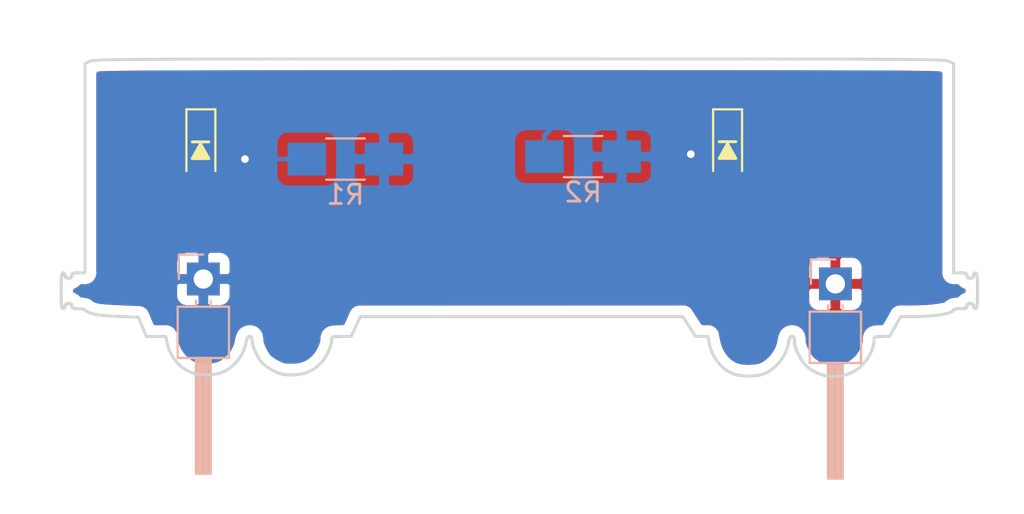
<source format=kicad_pcb>
(kicad_pcb (version 20171130) (host pcbnew 5.0.0-rc2-dev-unknown-2bab30d~65~ubuntu16.04.1)
  (layers (0 F.Cu signal) (31 B.Cu signal) (34 B.Paste user) (35 F.Paste user) (36 B.SilkS user) (37 F.SilkS user) (38 B.Mask user) (39 F.Mask user) (44 Edge.Cuts user))
  (net 0 "")
  (net 1 "Net-(D1-Pad2)")
  (net 2 /GND)
  (net 3 "Net-(D2-Pad2)")
  (net 4 /VCC)
  (module Markings:LED_1206 (layer F.Cu) (at 34.54 54.01)
    (fp_text reference REF** hide)
    (fp_text value LED_1206 hide)
    (fp_text user ▲ (at 0 -0.02) (layer F.SilkS))
  )
  (module Pin_Headers:Pin_Header_Angled_1x01_Pitch2.54mm (layer B.Cu) (at 7.366 60.706 270)
    (fp_text reference MK1)
    (fp_text value VCC)
    (pad 1 thru_hole rect (at 0 0 270) (size 1.7 1.7) (drill 1) (layers *.Cu *.Mask) (net 4 /VCC))
  )
  (module Pin_Headers:Pin_Header_Angled_1x01_Pitch2.54mm (layer B.Cu) (at 40.132 60.96 270)
    (fp_text reference MK2)
    (fp_text value GND)
    (pad 1 thru_hole rect (at 0 0 270) (size 1.7 1.7) (drill 1) (layers *.Cu *.Mask) (net 2 /GND))
  )
  (module Resistors_SMD:R_1206_HandSoldering (layer B.Cu) (at 14.732 54.483)
    (fp_text reference R1 (at 0 1.85) (layer B.SilkS) (effects (justify mirror)))
    (fp_text value R)
    (pad 2 smd rect (at 2 0) (size 2 1.7) (layers B.Cu B.Paste B.Mask) (net 4 /VCC))
    (pad 1 smd rect (at -2 0) (size 2 1.7) (layers B.Cu B.Paste B.Mask) (net 1 "Net-(D1-Pad2)"))
  )
  (module Resistors_SMD:R_1206_HandSoldering (layer B.Cu) (at 27.051 54.356)
    (fp_text reference R2 (at 0 1.85) (layer B.SilkS) (effects (justify mirror)))
    (fp_text value R)
    (pad 1 smd rect (at -2 0) (size 2 1.7) (layers B.Cu B.Paste B.Mask) (net 3 "Net-(D2-Pad2)"))
    (pad 2 smd rect (at 2 0) (size 2 1.7) (layers B.Cu B.Paste B.Mask) (net 4 /VCC))
  )
  (module Markings:LED_1206 (layer F.Cu) (at 7.22 54.02)
    (fp_text reference REF** hide)
    (fp_text value LED_1206 hide)
    (fp_text user ▲ (at 0 -0.02) (layer F.SilkS))
  )
  (module LEDs:LED_0805_HandSoldering (layer F.Cu) (at 7.239 54.102 270)
    (fp_text reference D1)
    (fp_text value LED)
    (pad 2 smd rect (at 1.35 0 270) (size 1.5 1.3) (layers F.Cu F.Paste F.Mask) (net 1 "Net-(D1-Pad2)"))
    (pad 1 smd rect (at -1.35 0 270) (size 1.5 1.3) (layers F.Cu F.Paste F.Mask) (net 2 /GND))
  )
  (module LEDs:LED_0805_HandSoldering (layer F.Cu) (at 34.544 54.102 270)
    (fp_text reference D2)
    (fp_text value LED)
    (pad 1 smd rect (at -1.35 0 270) (size 1.5 1.3) (layers F.Cu F.Paste F.Mask) (net 2 /GND))
    (pad 2 smd rect (at 1.35 0 270) (size 1.5 1.3) (layers F.Cu F.Paste F.Mask) (net 3 "Net-(D2-Pad2)"))
  )
  (gr_line (start 0.466751 61.980734) (end 0.458561 61.978588) (layer Edge.Cuts) (width 0.15))
  (gr_line (start 0.474503 61.983158) (end 0.466751 61.980734) (layer Edge.Cuts) (width 0.15))
  (gr_line (start 0.481823 61.985867) (end 0.474503 61.983158) (layer Edge.Cuts) (width 0.15))
  (gr_line (start 0.488719 61.988866) (end 0.481823 61.985867) (layer Edge.Cuts) (width 0.15))
  (gr_line (start 0.495197 61.99216) (end 0.488719 61.988866) (layer Edge.Cuts) (width 0.15))
  (gr_line (start 0.501265 61.995755) (end 0.495197 61.99216) (layer Edge.Cuts) (width 0.15))
  (gr_line (start 0.506928 61.999656) (end 0.501265 61.995755) (layer Edge.Cuts) (width 0.15))
  (gr_line (start 0.512195 62.00387) (end 0.506928 61.999656) (layer Edge.Cuts) (width 0.15))
  (gr_line (start 0.517072 62.008401) (end 0.512195 62.00387) (layer Edge.Cuts) (width 0.15))
  (gr_line (start 0.521566 62.013255) (end 0.517072 62.008401) (layer Edge.Cuts) (width 0.15))
  (gr_line (start 0.525683 62.018437) (end 0.521566 62.013255) (layer Edge.Cuts) (width 0.15))
  (gr_line (start 0.529432 62.023954) (end 0.525683 62.018437) (layer Edge.Cuts) (width 0.15))
  (gr_line (start 0.532818 62.02981) (end 0.529432 62.023954) (layer Edge.Cuts) (width 0.15))
  (gr_line (start 0.535849 62.036011) (end 0.532818 62.02981) (layer Edge.Cuts) (width 0.15))
  (gr_line (start 38.188739 64.561422) (end 38.166745 64.512828) (layer Edge.Cuts) (width 0.15))
  (gr_line (start 38.211759 64.609972) (end 38.188739 64.561422) (layer Edge.Cuts) (width 0.15))
  (gr_line (start 38.235724 64.65831) (end 38.211759 64.609972) (layer Edge.Cuts) (width 0.15))
  (gr_line (start 38.260549 64.706267) (end 38.235724 64.65831) (layer Edge.Cuts) (width 0.15))
  (gr_line (start 38.286152 64.753677) (end 38.260549 64.706267) (layer Edge.Cuts) (width 0.15))
  (gr_line (start 38.312449 64.800371) (end 38.286152 64.753677) (layer Edge.Cuts) (width 0.15))
  (gr_line (start 38.339357 64.846183) (end 38.312449 64.800371) (layer Edge.Cuts) (width 0.15))
  (gr_line (start 38.366794 64.890944) (end 38.339357 64.846183) (layer Edge.Cuts) (width 0.15))
  (gr_line (start 38.394676 64.934487) (end 38.366794 64.890944) (layer Edge.Cuts) (width 0.15))
  (gr_line (start 38.422919 64.976644) (end 38.394676 64.934487) (layer Edge.Cuts) (width 0.15))
  (gr_line (start 38.451442 65.017248) (end 38.422919 64.976644) (layer Edge.Cuts) (width 0.15))
  (gr_line (start 38.480161 65.05613) (end 38.451442 65.017248) (layer Edge.Cuts) (width 0.15))
  (gr_line (start 38.508992 65.093124) (end 38.480161 65.05613) (layer Edge.Cuts) (width 0.15))
  (gr_line (start 38.537853 65.128062) (end 38.508992 65.093124) (layer Edge.Cuts) (width 0.15))
  (gr_line (start 38.566661 65.160775) (end 38.537853 65.128062) (layer Edge.Cuts) (width 0.15))
  (gr_line (start 38.595332 65.191097) (end 38.566661 65.160775) (layer Edge.Cuts) (width 0.15))
  (gr_line (start 38.623783 65.21886) (end 38.595332 65.191097) (layer Edge.Cuts) (width 0.15))
  (gr_line (start 40.394387 65.737098) (end 40.294153 65.750671) (layer Edge.Cuts) (width 0.15))
  (gr_line (start 40.493917 65.718747) (end 40.394387 65.737098) (layer Edge.Cuts) (width 0.15))
  (gr_line (start 40.592568 65.695627) (end 40.493917 65.718747) (layer Edge.Cuts) (width 0.15))
  (gr_line (start 40.690164 65.667745) (end 40.592568 65.695627) (layer Edge.Cuts) (width 0.15))
  (gr_line (start 40.786531 65.635106) (end 40.690164 65.667745) (layer Edge.Cuts) (width 0.15))
  (gr_line (start 40.881494 65.597719) (end 40.786531 65.635106) (layer Edge.Cuts) (width 0.15))
  (gr_line (start 40.974877 65.555589) (end 40.881494 65.597719) (layer Edge.Cuts) (width 0.15))
  (gr_line (start 41.066507 65.508724) (end 40.974877 65.555589) (layer Edge.Cuts) (width 0.15))
  (gr_line (start 41.156208 65.457132) (end 41.066507 65.508724) (layer Edge.Cuts) (width 0.15))
  (gr_line (start 41.243804 65.400818) (end 41.156208 65.457132) (layer Edge.Cuts) (width 0.15))
  (gr_line (start 41.329122 65.339789) (end 41.243804 65.400818) (layer Edge.Cuts) (width 0.15))
  (gr_line (start 41.411986 65.274054) (end 41.329122 65.339789) (layer Edge.Cuts) (width 0.15))
  (gr_line (start 41.492221 65.203617) (end 41.411986 65.274054) (layer Edge.Cuts) (width 0.15))
  (gr_line (start 41.569652 65.128488) (end 41.492221 65.203617) (layer Edge.Cuts) (width 0.15))
  (gr_line (start 7.926506 65.650821) (end 7.8674 65.659026) (layer Edge.Cuts) (width 0.15))
  (gr_line (start 7.984778 65.641394) (end 7.926506 65.650821) (layer Edge.Cuts) (width 0.15))
  (gr_line (start 8.042073 65.630754) (end 7.984778 65.641394) (layer Edge.Cuts) (width 0.15))
  (gr_line (start 8.098251 65.618913) (end 8.042073 65.630754) (layer Edge.Cuts) (width 0.15))
  (gr_line (start 8.153171 65.605879) (end 8.098251 65.618913) (layer Edge.Cuts) (width 0.15))
  (gr_line (start 8.20669 65.591664) (end 8.153171 65.605879) (layer Edge.Cuts) (width 0.15))
  (gr_line (start 8.258668 65.576278) (end 8.20669 65.591664) (layer Edge.Cuts) (width 0.15))
  (gr_line (start 8.308964 65.559732) (end 8.258668 65.576278) (layer Edge.Cuts) (width 0.15))
  (gr_line (start 8.357436 65.542036) (end 8.308964 65.559732) (layer Edge.Cuts) (width 0.15))
  (gr_line (start 8.403942 65.523199) (end 8.357436 65.542036) (layer Edge.Cuts) (width 0.15))
  (gr_line (start 10.691427 65.282246) (end 10.669789 65.267206) (layer Edge.Cuts) (width 0.15))
  (gr_line (start 10.713405 65.297224) (end 10.691427 65.282246) (layer Edge.Cuts) (width 0.15))
  (gr_line (start 10.735681 65.312111) (end 10.713405 65.297224) (layer Edge.Cuts) (width 0.15))
  (gr_line (start 10.758211 65.326876) (end 10.735681 65.312111) (layer Edge.Cuts) (width 0.15))
  (gr_line (start 10.780953 65.341488) (end 10.758211 65.326876) (layer Edge.Cuts) (width 0.15))
  (gr_line (start 10.803864 65.355919) (end 10.780953 65.341488) (layer Edge.Cuts) (width 0.15))
  (gr_line (start 10.826902 65.370137) (end 10.803864 65.355919) (layer Edge.Cuts) (width 0.15))
  (gr_line (start 10.850024 65.384112) (end 10.826902 65.370137) (layer Edge.Cuts) (width 0.15))
  (gr_line (start 10.873186 65.397813) (end 10.850024 65.384112) (layer Edge.Cuts) (width 0.15))
  (gr_line (start 10.896347 65.411211) (end 10.873186 65.397813) (layer Edge.Cuts) (width 0.15))
  (gr_line (start 8.584978 65.426686) (end 8.530255 65.459957) (layer Edge.Cuts) (width 0.15))
  (gr_line (start 8.638419 65.392256) (end 8.584978 65.426686) (layer Edge.Cuts) (width 0.15))
  (gr_line (start 8.690567 65.356681) (end 8.638419 65.392256) (layer Edge.Cuts) (width 0.15))
  (gr_line (start 8.741414 65.319973) (end 8.690567 65.356681) (layer Edge.Cuts) (width 0.15))
  (gr_line (start 8.790952 65.282144) (end 8.741414 65.319973) (layer Edge.Cuts) (width 0.15))
  (gr_line (start 8.83917 65.243207) (end 8.790952 65.282144) (layer Edge.Cuts) (width 0.15))
  (gr_line (start 8.886061 65.203176) (end 8.83917 65.243207) (layer Edge.Cuts) (width 0.15))
  (gr_line (start 8.931616 65.162062) (end 8.886061 65.203176) (layer Edge.Cuts) (width 0.15))
  (gr_line (start 37.71281 63.960308) (end 37.709437 63.981461) (layer Edge.Cuts) (width 0.15))
  (gr_line (start 37.716232 63.940104) (end 37.71281 63.960308) (layer Edge.Cuts) (width 0.15))
  (gr_line (start 37.719713 63.920833) (end 37.716232 63.940104) (layer Edge.Cuts) (width 0.15))
  (gr_line (start 37.723264 63.902478) (end 37.719713 63.920833) (layer Edge.Cuts) (width 0.15))
  (gr_line (start 46.26148 62.302961) (end 46.261001 62.306156) (layer Edge.Cuts) (width 0.15))
  (gr_line (start 46.2629 62.299807) (end 46.26148 62.302961) (layer Edge.Cuts) (width 0.15))
  (gr_line (start 46.265238 62.2967) (end 46.2629 62.299807) (layer Edge.Cuts) (width 0.15))
  (gr_line (start 46.268468 62.293644) (end 46.265238 62.2967) (layer Edge.Cuts) (width 0.15))
  (gr_line (start 47.498285 61.24431) (end 47.498338 61.317752) (layer Edge.Cuts) (width 0.15))
  (gr_line (start 47.498117 61.174705) (end 47.498285 61.24431) (layer Edge.Cuts) (width 0.15))
  (gr_line (start 14.01393 63.957849) (end 14.008189 63.993936) (layer Edge.Cuts) (width 0.15))
  (gr_line (start 14.018099 63.923182) (end 14.01393 63.957849) (layer Edge.Cuts) (width 0.15))
  (gr_line (start 14.020642 63.890054) (end 14.018099 63.923182) (layer Edge.Cuts) (width 0.15))
  (gr_line (start 14.021502 63.858588) (end 14.020642 63.890054) (layer Edge.Cuts) (width 0.15))
  (gr_line (start 38.010713 63.878949) (end 38.009894 63.8627) (layer Edge.Cuts) (width 0.15))
  (gr_line (start 38.011331 63.896111) (end 38.010713 63.878949) (layer Edge.Cuts) (width 0.15))
  (gr_line (start 38.011759 63.914209) (end 38.011331 63.896111) (layer Edge.Cuts) (width 0.15))
  (gr_line (start 38.012008 63.933263) (end 38.011759 63.914209) (layer Edge.Cuts) (width 0.15))
  (gr_line (start 38.012088 63.953297) (end 38.012008 63.933263) (layer Edge.Cuts) (width 0.15))
  (gr_line (start 46.788507 62.240675) (end 46.770313 62.242001) (layer Edge.Cuts) (width 0.15))
  (gr_line (start 46.80546 62.239101) (end 46.788507 62.240675) (layer Edge.Cuts) (width 0.15))
  (gr_line (start 46.821213 62.237263) (end 46.80546 62.239101) (layer Edge.Cuts) (width 0.15))
  (gr_line (start 46.835807 62.235145) (end 46.821213 62.237263) (layer Edge.Cuts) (width 0.15))
  (gr_line (start 46.849285 62.23273) (end 46.835807 62.235145) (layer Edge.Cuts) (width 0.15))
  (gr_line (start 46.861687 62.23) (end 46.849285 62.23273) (layer Edge.Cuts) (width 0.15))
  (gr_line (start 46.873056 62.226941) (end 46.861687 62.23) (layer Edge.Cuts) (width 0.15))
  (gr_line (start 46.883433 62.223534) (end 46.873056 62.226941) (layer Edge.Cuts) (width 0.15))
  (gr_line (start 46.892859 62.219764) (end 46.883433 62.223534) (layer Edge.Cuts) (width 0.15))
  (gr_line (start 46.901375 62.215613) (end 46.892859 62.219764) (layer Edge.Cuts) (width 0.15))
  (gr_line (start 46.909024 62.211066) (end 46.901375 62.215613) (layer Edge.Cuts) (width 0.15))
  (gr_line (start 46.915848 62.206105) (end 46.909024 62.211066) (layer Edge.Cuts) (width 0.15))
  (gr_line (start 46.921886 62.200713) (end 46.915848 62.206105) (layer Edge.Cuts) (width 0.15))
  (gr_line (start 46.927182 62.194876) (end 46.921886 62.200713) (layer Edge.Cuts) (width 0.15))
  (gr_line (start 46.931776 62.188574) (end 46.927182 62.194876) (layer Edge.Cuts) (width 0.15))
  (gr_line (start 46.93571 62.181793) (end 46.931776 62.188574) (layer Edge.Cuts) (width 0.15))
  (gr_line (start 44.52556 62.651708) (end 44.424733 62.654405) (layer Edge.Cuts) (width 0.15))
  (gr_line (start 44.625336 62.648067) (end 44.52556 62.651708) (layer Edge.Cuts) (width 0.15))
  (gr_line (start 44.723879 62.643511) (end 44.625336 62.648067) (layer Edge.Cuts) (width 0.15))
  (gr_line (start 44.821009 62.638073) (end 44.723879 62.643511) (layer Edge.Cuts) (width 0.15))
  (gr_line (start 44.916544 62.631784) (end 44.821009 62.638073) (layer Edge.Cuts) (width 0.15))
  (gr_line (start 45.010305 62.624674) (end 44.916544 62.631784) (layer Edge.Cuts) (width 0.15))
  (gr_line (start 45.10211 62.616774) (end 45.010305 62.624674) (layer Edge.Cuts) (width 0.15))
  (gr_line (start 45.191778 62.608116) (end 45.10211 62.616774) (layer Edge.Cuts) (width 0.15))
  (gr_line (start 45.279129 62.598731) (end 45.191778 62.608116) (layer Edge.Cuts) (width 0.15))
  (gr_line (start 45.363981 62.588649) (end 45.279129 62.598731) (layer Edge.Cuts) (width 0.15))
  (gr_line (start 45.446155 62.577903) (end 45.363981 62.588649) (layer Edge.Cuts) (width 0.15))
  (gr_line (start 45.525468 62.566522) (end 45.446155 62.577903) (layer Edge.Cuts) (width 0.15))
  (gr_line (start 45.601741 62.554538) (end 45.525468 62.566522) (layer Edge.Cuts) (width 0.15))
  (gr_line (start 45.674792 62.541983) (end 45.601741 62.554538) (layer Edge.Cuts) (width 0.15))
  (gr_line (start 45.744441 62.528886) (end 45.674792 62.541983) (layer Edge.Cuts) (width 0.15))
  (gr_line (start 45.810506 62.51528) (end 45.744441 62.528886) (layer Edge.Cuts) (width 0.15))
  (gr_line (start 47.38972 60.389939) (end 47.395227 60.38975) (layer Edge.Cuts) (width 0.15))
  (gr_line (start 47.384292 60.3905) (end 47.38972 60.389939) (layer Edge.Cuts) (width 0.15))
  (gr_line (start 47.378949 60.391425) (end 47.384292 60.3905) (layer Edge.Cuts) (width 0.15))
  (gr_line (start 15.03128 63.689314) (end 14.52639 63.689314) (layer Edge.Cuts) (width 0.15))
  (gr_line (start 15.265356 63.176114) (end 15.03128 63.689314) (layer Edge.Cuts) (width 0.15))
  (gr_line (start 15.499432 62.662915) (end 15.265356 63.176114) (layer Edge.Cuts) (width 0.15))
  (gr_line (start 23.860309 62.660556) (end 15.499432 62.662915) (layer Edge.Cuts) (width 0.15))
  (gr_line (start 32.221186 62.658197) (end 23.860309 62.660556) (layer Edge.Cuts) (width 0.15))
  (gr_line (start 32.556038 63.172866) (end 32.221186 62.658197) (layer Edge.Cuts) (width 0.15))
  (gr_line (start 32.890889 63.687536) (end 32.556038 63.172866) (layer Edge.Cuts) (width 0.15))
  (gr_line (start 33.207918 63.688425) (end 32.890889 63.687536) (layer Edge.Cuts) (width 0.15))
  (gr_line (start 1.789295 62.547296) (end 1.757456 62.539913) (layer Edge.Cuts) (width 0.15))
  (gr_line (start 1.821609 62.554434) (end 1.789295 62.547296) (layer Edge.Cuts) (width 0.15))
  (gr_line (start 1.854355 62.561307) (end 1.821609 62.554434) (layer Edge.Cuts) (width 0.15))
  (gr_line (start 46.684292 60.390339) (end 46.707867 60.390842) (layer Edge.Cuts) (width 0.15))
  (gr_line (start 46.659267 60.390001) (end 46.684292 60.390339) (layer Edge.Cuts) (width 0.15))
  (gr_line (start 46.632753 60.38981) (end 46.659267 60.390001) (layer Edge.Cuts) (width 0.15))
  (gr_line (start 46.604706 60.38975) (end 46.632753 60.38981) (layer Edge.Cuts) (width 0.15))
  (gr_line (start 0.647403 60.402774) (end 0.660881 60.400359) (layer Edge.Cuts) (width 0.15))
  (gr_line (start 0.635 60.405503) (end 0.647403 60.402774) (layer Edge.Cuts) (width 0.15))
  (gr_line (start 0.623632 60.408563) (end 0.635 60.405503) (layer Edge.Cuts) (width 0.15))
  (gr_line (start 0.613255 60.41197) (end 0.623632 60.408563) (layer Edge.Cuts) (width 0.15))
  (gr_line (start 0.603829 60.41574) (end 0.613255 60.41197) (layer Edge.Cuts) (width 0.15))
  (gr_line (start 0.595312 60.419891) (end 0.603829 60.41574) (layer Edge.Cuts) (width 0.15))
  (gr_line (start 0.587663 60.424438) (end 0.595312 60.419891) (layer Edge.Cuts) (width 0.15))
  (gr_line (start 0.58084 60.429399) (end 0.587663 60.424438) (layer Edge.Cuts) (width 0.15))
  (gr_line (start 0.574802 60.43479) (end 0.58084 60.429399) (layer Edge.Cuts) (width 0.15))
  (gr_line (start 0.569506 60.440628) (end 0.574802 60.43479) (layer Edge.Cuts) (width 0.15))
  (gr_line (start 0.564912 60.446929) (end 0.569506 60.440628) (layer Edge.Cuts) (width 0.15))
  (gr_line (start 0.560978 60.45371) (end 0.564912 60.446929) (layer Edge.Cuts) (width 0.15))
  (gr_line (start 0.557662 60.460988) (end 0.560978 60.45371) (layer Edge.Cuts) (width 0.15))
  (gr_line (start 0.554923 60.468779) (end 0.557662 60.460988) (layer Edge.Cuts) (width 0.15))
  (gr_line (start 0.552719 60.477099) (end 0.554923 60.468779) (layer Edge.Cuts) (width 0.15))
  (gr_line (start 37.960859 63.709135) (end 37.955005 63.705074) (layer Edge.Cuts) (width 0.15))
  (gr_line (start 37.966332 63.713739) (end 37.960859 63.709135) (layer Edge.Cuts) (width 0.15))
  (gr_line (start 37.971434 63.718906) (end 37.966332 63.713739) (layer Edge.Cuts) (width 0.15))
  (gr_line (start 37.976176 63.724659) (end 37.971434 63.718906) (layer Edge.Cuts) (width 0.15))
  (gr_line (start 37.980569 63.73102) (end 37.976176 63.724659) (layer Edge.Cuts) (width 0.15))
  (gr_line (start 37.984622 63.738011) (end 37.980569 63.73102) (layer Edge.Cuts) (width 0.15))
  (gr_line (start 37.988348 63.745652) (end 37.984622 63.738011) (layer Edge.Cuts) (width 0.15))
  (gr_line (start 37.991755 63.753967) (end 37.988348 63.745652) (layer Edge.Cuts) (width 0.15))
  (gr_line (start 37.994856 63.762977) (end 37.991755 63.753967) (layer Edge.Cuts) (width 0.15))
  (gr_line (start 37.997661 63.772704) (end 37.994856 63.762977) (layer Edge.Cuts) (width 0.15))
  (gr_line (start 38.00018 63.783169) (end 37.997661 63.772704) (layer Edge.Cuts) (width 0.15))
  (gr_line (start 38.002425 63.794396) (end 38.00018 63.783169) (layer Edge.Cuts) (width 0.15))
  (gr_line (start 38.004404 63.806404) (end 38.002425 63.794396) (layer Edge.Cuts) (width 0.15))
  (gr_line (start 38.006131 63.819217) (end 38.004404 63.806404) (layer Edge.Cuts) (width 0.15))
  (gr_line (start 38.007614 63.832856) (end 38.006131 63.819217) (layer Edge.Cuts) (width 0.15))
  (gr_line (start 38.008865 63.847343) (end 38.007614 63.832856) (layer Edge.Cuts) (width 0.15))
  (gr_line (start 38.009894 63.8627) (end 38.008865 63.847343) (layer Edge.Cuts) (width 0.15))
  (gr_line (start 14.024551 63.790802) (end 14.023205 63.802552) (layer Edge.Cuts) (width 0.15))
  (gr_line (start 14.026451 63.779894) (end 14.024551 63.790802) (layer Edge.Cuts) (width 0.15))
  (gr_line (start 14.028999 63.769796) (end 14.026451 63.779894) (layer Edge.Cuts) (width 0.15))
  (gr_line (start 14.032287 63.760477) (end 14.028999 63.769796) (layer Edge.Cuts) (width 0.15))
  (gr_line (start 14.036408 63.751905) (end 14.032287 63.760477) (layer Edge.Cuts) (width 0.15))
  (gr_line (start 14.041456 63.74405) (end 14.036408 63.751905) (layer Edge.Cuts) (width 0.15))
  (gr_line (start 14.047524 63.73688) (end 14.041456 63.74405) (layer Edge.Cuts) (width 0.15))
  (gr_line (start 14.054705 63.730365) (end 14.047524 63.73688) (layer Edge.Cuts) (width 0.15))
  (gr_line (start 14.063092 63.724472) (end 14.054705 63.730365) (layer Edge.Cuts) (width 0.15))
  (gr_line (start 14.072777 63.71917) (end 14.063092 63.724472) (layer Edge.Cuts) (width 0.15))
  (gr_line (start 46.272567 62.290642) (end 46.268468 62.293644) (layer Edge.Cuts) (width 0.15))
  (gr_line (start 46.277511 62.287699) (end 46.272567 62.290642) (layer Edge.Cuts) (width 0.15))
  (gr_line (start 46.283275 62.284819) (end 46.277511 62.287699) (layer Edge.Cuts) (width 0.15))
  (gr_line (start 46.289835 62.282007) (end 46.283275 62.284819) (layer Edge.Cuts) (width 0.15))
  (gr_line (start 46.297167 62.279267) (end 46.289835 62.282007) (layer Edge.Cuts) (width 0.15))
  (gr_line (start 46.305246 62.276602) (end 46.297167 62.279267) (layer Edge.Cuts) (width 0.15))
  (gr_line (start 46.314049 62.274018) (end 46.305246 62.276602) (layer Edge.Cuts) (width 0.15))
  (gr_line (start 46.323551 62.271519) (end 46.314049 62.274018) (layer Edge.Cuts) (width 0.15))
  (gr_line (start 46.333728 62.269108) (end 46.323551 62.271519) (layer Edge.Cuts) (width 0.15))
  (gr_line (start 46.344556 62.26679) (end 46.333728 62.269108) (layer Edge.Cuts) (width 0.15))
  (gr_line (start 46.35601 62.26457) (end 46.344556 62.26679) (layer Edge.Cuts) (width 0.15))
  (gr_line (start 46.368066 62.262451) (end 46.35601 62.26457) (layer Edge.Cuts) (width 0.15))
  (gr_line (start 46.380701 62.260439) (end 46.368066 62.262451) (layer Edge.Cuts) (width 0.15))
  (gr_line (start 46.393889 62.258536) (end 46.380701 62.260439) (layer Edge.Cuts) (width 0.15))
  (gr_line (start 46.407607 62.256747) (end 46.393889 62.258536) (layer Edge.Cuts) (width 0.15))
  (gr_line (start 46.42183 62.255077) (end 46.407607 62.256747) (layer Edge.Cuts) (width 0.15))
  (gr_line (start 36.258196 65.67813) (end 36.213756 65.688073) (layer Edge.Cuts) (width 0.15))
  (gr_line (start 36.300913 65.667348) (end 36.258196 65.67813) (layer Edge.Cuts) (width 0.15))
  (gr_line (start 36.341767 65.655727) (end 36.300913 65.667348) (layer Edge.Cuts) (width 0.15))
  (gr_line (start 36.380618 65.643267) (end 36.341767 65.655727) (layer Edge.Cuts) (width 0.15))
  (gr_line (start 6.646665 49.299053) (end 7.427038 49.296978) (layer Edge.Cuts) (width 0.15))
  (gr_line (start 5.938691 49.301422) (end 6.646665 49.299053) (layer Edge.Cuts) (width 0.15))
  (gr_line (start 5.299517 49.304102) (end 5.938691 49.301422) (layer Edge.Cuts) (width 0.15))
  (gr_line (start 4.725545 49.307115) (end 5.299517 49.304102) (layer Edge.Cuts) (width 0.15))
  (gr_line (start 4.213178 49.310477) (end 4.725545 49.307115) (layer Edge.Cuts) (width 0.15))
  (gr_line (start 3.758816 49.314208) (end 4.213178 49.310477) (layer Edge.Cuts) (width 0.15))
  (gr_line (start 3.358862 49.318327) (end 3.758816 49.314208) (layer Edge.Cuts) (width 0.15))
  (gr_line (start 3.009717 49.322852) (end 3.358862 49.318327) (layer Edge.Cuts) (width 0.15))
  (gr_line (start 2.707784 49.327804) (end 3.009717 49.322852) (layer Edge.Cuts) (width 0.15))
  (gr_line (start 2.449463 49.333199) (end 2.707784 49.327804) (layer Edge.Cuts) (width 0.15))
  (gr_line (start 2.231158 49.339058) (end 2.449463 49.333199) (layer Edge.Cuts) (width 0.15))
  (gr_line (start 2.049269 49.345399) (end 2.231158 49.339058) (layer Edge.Cuts) (width 0.15))
  (gr_line (start 1.900199 49.352242) (end 2.049269 49.345399) (layer Edge.Cuts) (width 0.15))
  (gr_line (start 1.780349 49.359604) (end 1.900199 49.352242) (layer Edge.Cuts) (width 0.15))
  (gr_line (start 1.686121 49.367505) (end 1.780349 49.359604) (layer Edge.Cuts) (width 0.15))
  (gr_line (start 0.204717 62.098715) (end 0.204573 62.108272) (layer Edge.Cuts) (width 0.15))
  (gr_line (start 0.205154 62.089552) (end 0.204717 62.098715) (layer Edge.Cuts) (width 0.15))
  (gr_line (start 0.205892 62.080779) (end 0.205154 62.089552) (layer Edge.Cuts) (width 0.15))
  (gr_line (start 0.206936 62.07239) (end 0.205892 62.080779) (layer Edge.Cuts) (width 0.15))
  (gr_line (start 0.208294 62.06438) (end 0.206936 62.07239) (layer Edge.Cuts) (width 0.15))
  (gr_line (start 0.209972 62.056742) (end 0.208294 62.06438) (layer Edge.Cuts) (width 0.15))
  (gr_line (start 0.211979 62.049472) (end 0.209972 62.056742) (layer Edge.Cuts) (width 0.15))
  (gr_line (start 0.21432 62.042564) (end 0.211979 62.049472) (layer Edge.Cuts) (width 0.15))
  (gr_line (start 0.217002 62.036011) (end 0.21432 62.042564) (layer Edge.Cuts) (width 0.15))
  (gr_line (start 0.220033 62.02981) (end 0.217002 62.036011) (layer Edge.Cuts) (width 0.15))
  (gr_line (start 0.223419 62.023954) (end 0.220033 62.02981) (layer Edge.Cuts) (width 0.15))
  (gr_line (start 0.227167 62.018437) (end 0.223419 62.023954) (layer Edge.Cuts) (width 0.15))
  (gr_line (start 0.231285 62.013255) (end 0.227167 62.018437) (layer Edge.Cuts) (width 0.15))
  (gr_line (start 10.103962 64.567418) (end 10.084139 64.526556) (layer Edge.Cuts) (width 0.15))
  (gr_line (start 10.124456 64.608108) (end 10.103962 64.567418) (layer Edge.Cuts) (width 0.15))
  (gr_line (start 10.145571 64.648518) (end 10.124456 64.608108) (layer Edge.Cuts) (width 0.15))
  (gr_line (start 10.167257 64.688537) (end 10.145571 64.648518) (layer Edge.Cuts) (width 0.15))
  (gr_line (start 10.189466 64.728055) (end 10.167257 64.688537) (layer Edge.Cuts) (width 0.15))
  (gr_line (start 10.212148 64.766961) (end 10.189466 64.728055) (layer Edge.Cuts) (width 0.15))
  (gr_line (start 10.235254 64.805146) (end 10.212148 64.766961) (layer Edge.Cuts) (width 0.15))
  (gr_line (start 10.258733 64.842498) (end 10.235254 64.805146) (layer Edge.Cuts) (width 0.15))
  (gr_line (start 10.282536 64.878907) (end 10.258733 64.842498) (layer Edge.Cuts) (width 0.15))
  (gr_line (start 10.306615 64.914264) (end 10.282536 64.878907) (layer Edge.Cuts) (width 0.15))
  (gr_line (start 0.220033 60.605693) (end 0.223419 60.611549) (layer Edge.Cuts) (width 0.15))
  (gr_line (start 0.217002 60.599491) (end 0.220033 60.605693) (layer Edge.Cuts) (width 0.15))
  (gr_line (start 0.21432 60.592939) (end 0.217002 60.599491) (layer Edge.Cuts) (width 0.15))
  (gr_line (start 0.211979 60.586031) (end 0.21432 60.592939) (layer Edge.Cuts) (width 0.15))
  (gr_line (start 0.209972 60.57876) (end 0.211979 60.586031) (layer Edge.Cuts) (width 0.15))
  (gr_line (start 0.208294 60.571123) (end 0.209972 60.57876) (layer Edge.Cuts) (width 0.15))
  (gr_line (start 0.206936 60.563112) (end 0.208294 60.571123) (layer Edge.Cuts) (width 0.15))
  (gr_line (start 0.205892 60.554723) (end 0.206936 60.563112) (layer Edge.Cuts) (width 0.15))
  (gr_line (start 0.205154 60.54595) (end 0.205892 60.554723) (layer Edge.Cuts) (width 0.15))
  (gr_line (start 0.204717 60.536788) (end 0.205154 60.54595) (layer Edge.Cuts) (width 0.15))
  (gr_line (start 0.204573 60.527231) (end 0.204717 60.536788) (layer Edge.Cuts) (width 0.15))
  (gr_line (start 47.245102 61.995756) (end 47.239035 61.992161) (layer Edge.Cuts) (width 0.15))
  (gr_line (start 47.250766 61.999657) (end 47.245102 61.995756) (layer Edge.Cuts) (width 0.15))
  (gr_line (start 47.256032 62.00387) (end 47.250766 61.999657) (layer Edge.Cuts) (width 0.15))
  (gr_line (start 47.260909 62.008401) (end 47.256032 62.00387) (layer Edge.Cuts) (width 0.15))
  (gr_line (start 47.265403 62.013255) (end 47.260909 62.008401) (layer Edge.Cuts) (width 0.15))
  (gr_line (start 47.269521 62.018438) (end 47.265403 62.013255) (layer Edge.Cuts) (width 0.15))
  (gr_line (start 47.273269 62.023954) (end 47.269521 62.018438) (layer Edge.Cuts) (width 0.15))
  (gr_line (start 47.276655 62.029811) (end 47.273269 62.023954) (layer Edge.Cuts) (width 0.15))
  (gr_line (start 47.279686 62.036012) (end 47.276655 62.029811) (layer Edge.Cuts) (width 0.15))
  (gr_line (start 47.282369 62.042564) (end 47.279686 62.036012) (layer Edge.Cuts) (width 0.15))
  (gr_line (start 47.284709 62.049473) (end 47.282369 62.042564) (layer Edge.Cuts) (width 0.15))
  (gr_line (start 47.286716 62.056743) (end 47.284709 62.049473) (layer Edge.Cuts) (width 0.15))
  (gr_line (start 47.288394 62.064381) (end 47.286716 62.056743) (layer Edge.Cuts) (width 0.15))
  (gr_line (start 47.289752 62.072391) (end 47.288394 62.064381) (layer Edge.Cuts) (width 0.15))
  (gr_line (start 47.290797 62.08078) (end 47.289752 62.072391) (layer Edge.Cuts) (width 0.15))
  (gr_line (start 47.291534 62.089553) (end 47.290797 62.08078) (layer Edge.Cuts) (width 0.15))
  (gr_line (start 3.99862 62.69257) (end 3.046784 62.651532) (layer Edge.Cuts) (width 0.15))
  (gr_line (start 4.207792 63.190942) (end 3.99862 62.69257) (layer Edge.Cuts) (width 0.15))
  (gr_line (start 4.416964 63.689314) (end 4.207792 63.190942) (layer Edge.Cuts) (width 0.15))
  (gr_line (start 4.917228 63.689314) (end 4.416964 63.689314) (layer Edge.Cuts) (width 0.15))
  (gr_line (start 5.417492 63.689314) (end 4.917228 63.689314) (layer Edge.Cuts) (width 0.15))
  (gr_line (start 5.494555 64.048645) (end 5.417492 63.689314) (layer Edge.Cuts) (width 0.15))
  (gr_line (start 11.13969 65.534849) (end 11.10912 65.520593) (layer Edge.Cuts) (width 0.15))
  (gr_line (start 11.169307 65.548272) (end 11.13969 65.534849) (layer Edge.Cuts) (width 0.15))
  (gr_line (start 11.198078 65.560885) (end 11.169307 65.548272) (layer Edge.Cuts) (width 0.15))
  (gr_line (start 11.226109 65.572711) (end 11.198078 65.560885) (layer Edge.Cuts) (width 0.15))
  (gr_line (start 11.253505 65.583776) (end 11.226109 65.572711) (layer Edge.Cuts) (width 0.15))
  (gr_line (start 11.280375 65.594101) (end 11.253505 65.583776) (layer Edge.Cuts) (width 0.15))
  (gr_line (start 11.306823 65.603711) (end 11.280375 65.594101) (layer Edge.Cuts) (width 0.15))
  (gr_line (start 11.332956 65.61263) (end 11.306823 65.603711) (layer Edge.Cuts) (width 0.15))
  (gr_line (start 11.35888 65.62088) (end 11.332956 65.61263) (layer Edge.Cuts) (width 0.15))
  (gr_line (start 11.384702 65.628487) (end 11.35888 65.62088) (layer Edge.Cuts) (width 0.15))
  (gr_line (start 47.497825 61.10884) (end 47.498117 61.174705) (layer Edge.Cuts) (width 0.15))
  (gr_line (start 47.497397 61.046619) (end 47.497825 61.10884) (layer Edge.Cuts) (width 0.15))
  (gr_line (start 47.496822 60.987944) (end 47.497397 61.046619) (layer Edge.Cuts) (width 0.15))
  (gr_line (start 47.496091 60.932719) (end 47.496822 60.987944) (layer Edge.Cuts) (width 0.15))
  (gr_line (start 47.495191 60.880847) (end 47.496091 60.932719) (layer Edge.Cuts) (width 0.15))
  (gr_line (start 47.494113 60.83223) (end 47.495191 60.880847) (layer Edge.Cuts) (width 0.15))
  (gr_line (start 47.492845 60.786772) (end 47.494113 60.83223) (layer Edge.Cuts) (width 0.15))
  (gr_line (start 47.491377 60.744376) (end 47.492845 60.786772) (layer Edge.Cuts) (width 0.15))
  (gr_line (start 47.489698 60.704946) (end 47.491377 60.744376) (layer Edge.Cuts) (width 0.15))
  (gr_line (start 47.487798 60.668383) (end 47.489698 60.704946) (layer Edge.Cuts) (width 0.15))
  (gr_line (start 47.485664 60.634592) (end 47.487798 60.668383) (layer Edge.Cuts) (width 0.15))
  (gr_line (start 47.483288 60.603475) (end 47.485664 60.634592) (layer Edge.Cuts) (width 0.15))
  (gr_line (start 47.480657 60.574935) (end 47.483288 60.603475) (layer Edge.Cuts) (width 0.15))
  (gr_line (start 47.477762 60.548876) (end 47.480657 60.574935) (layer Edge.Cuts) (width 0.15))
  (gr_line (start 47.474591 60.525201) (end 47.477762 60.548876) (layer Edge.Cuts) (width 0.15))
  (gr_line (start 47.471133 60.503812) (end 47.474591 60.525201) (layer Edge.Cuts) (width 0.15))
  (gr_line (start 9.898567 63.939605) (end 9.897717 63.912722) (layer Edge.Cuts) (width 0.15))
  (gr_line (start 9.90093 63.968192) (end 9.898567 63.939605) (layer Edge.Cuts) (width 0.15))
  (gr_line (start 9.904754 63.998374) (end 9.90093 63.968192) (layer Edge.Cuts) (width 0.15))
  (gr_line (start 9.909992 64.030039) (end 9.904754 63.998374) (layer Edge.Cuts) (width 0.15))
  (gr_line (start 9.916593 64.063079) (end 9.909992 64.030039) (layer Edge.Cuts) (width 0.15))
  (gr_line (start 9.924507 64.097382) (end 9.916593 64.063079) (layer Edge.Cuts) (width 0.15))
  (gr_line (start 9.933687 64.132838) (end 9.924507 64.097382) (layer Edge.Cuts) (width 0.15))
  (gr_line (start 33.618057 64.146929) (end 33.603081 64.078369) (layer Edge.Cuts) (width 0.15))
  (gr_line (start 33.635308 64.214934) (end 33.618057 64.146929) (layer Edge.Cuts) (width 0.15))
  (gr_line (start 6.759218 65.563574) (end 6.697435 65.53906) (layer Edge.Cuts) (width 0.15))
  (gr_line (start 0.203317 60.505527) (end 0.20401 60.512651) (layer Edge.Cuts) (width 0.15))
  (gr_line (start 0.202358 60.498526) (end 0.203317 60.505527) (layer Edge.Cuts) (width 0.15))
  (gr_line (start 0.201141 60.491658) (end 0.202358 60.498526) (layer Edge.Cuts) (width 0.15))
  (gr_line (start 0.199672 60.484931) (end 0.201141 60.491658) (layer Edge.Cuts) (width 0.15))
  (gr_line (start 0.197959 60.478355) (end 0.199672 60.484931) (layer Edge.Cuts) (width 0.15))
  (gr_line (start 0.196008 60.471938) (end 0.197959 60.478355) (layer Edge.Cuts) (width 0.15))
  (gr_line (start 0.193826 60.465691) (end 0.196008 60.471938) (layer Edge.Cuts) (width 0.15))
  (gr_line (start 0.191421 60.459623) (end 0.193826 60.465691) (layer Edge.Cuts) (width 0.15))
  (gr_line (start 0.188798 60.453742) (end 0.191421 60.459623) (layer Edge.Cuts) (width 0.15))
  (gr_line (start 0.185966 60.448058) (end 0.188798 60.453742) (layer Edge.Cuts) (width 0.15))
  (gr_line (start 0.18293 60.44258) (end 0.185966 60.448058) (layer Edge.Cuts) (width 0.15))
  (gr_line (start 0.179699 60.437318) (end 0.18293 60.44258) (layer Edge.Cuts) (width 0.15))
  (gr_line (start 0.176278 60.43228) (end 0.179699 60.437318) (layer Edge.Cuts) (width 0.15))
  (gr_line (start 0.172675 60.427476) (end 0.176278 60.43228) (layer Edge.Cuts) (width 0.15))
  (gr_line (start 0.168897 60.422914) (end 0.172675 60.427476) (layer Edge.Cuts) (width 0.15))
  (gr_line (start 5.510555 64.117568) (end 5.494555 64.048645) (layer Edge.Cuts) (width 0.15))
  (gr_line (start 5.52881 64.185741) (end 5.510555 64.117568) (layer Edge.Cuts) (width 0.15))
  (gr_line (start 5.54927 64.253109) (end 5.52881 64.185741) (layer Edge.Cuts) (width 0.15))
  (gr_line (start 5.571888 64.319616) (end 5.54927 64.253109) (layer Edge.Cuts) (width 0.15))
  (gr_line (start 5.596615 64.385205) (end 5.571888 64.319616) (layer Edge.Cuts) (width 0.15))
  (gr_line (start 5.623403 64.449822) (end 5.596615 64.385205) (layer Edge.Cuts) (width 0.15))
  (gr_line (start 5.652203 64.513411) (end 5.623403 64.449822) (layer Edge.Cuts) (width 0.15))
  (gr_line (start 5.682969 64.575915) (end 5.652203 64.513411) (layer Edge.Cuts) (width 0.15))
  (gr_line (start 1.499491 62.465355) (end 1.474801 62.456499) (layer Edge.Cuts) (width 0.15))
  (gr_line (start 1.525091 62.474144) (end 1.499491 62.465355) (layer Edge.Cuts) (width 0.15))
  (gr_line (start 1.551558 62.48285) (end 1.525091 62.474144) (layer Edge.Cuts) (width 0.15))
  (gr_line (start 1.578849 62.491452) (end 1.551558 62.48285) (layer Edge.Cuts) (width 0.15))
  (gr_line (start 1.60692 62.499935) (end 1.578849 62.491452) (layer Edge.Cuts) (width 0.15))
  (gr_line (start 1.635728 62.508279) (end 1.60692 62.499935) (layer Edge.Cuts) (width 0.15))
  (gr_line (start 1.665229 62.516466) (end 1.635728 62.508279) (layer Edge.Cuts) (width 0.15))
  (gr_line (start 1.69538 62.52448) (end 1.665229 62.516466) (layer Edge.Cuts) (width 0.15))
  (gr_line (start 1.726136 62.532301) (end 1.69538 62.52448) (layer Edge.Cuts) (width 0.15))
  (gr_line (start 1.757456 62.539913) (end 1.726136 62.532301) (layer Edge.Cuts) (width 0.15))
  (gr_line (start 10.919464 65.424276) (end 10.896347 65.411211) (layer Edge.Cuts) (width 0.15))
  (gr_line (start 10.942494 65.436976) (end 10.919464 65.424276) (layer Edge.Cuts) (width 0.15))
  (gr_line (start 10.965394 65.449282) (end 10.942494 65.436976) (layer Edge.Cuts) (width 0.15))
  (gr_line (start 10.988121 65.461163) (end 10.965394 65.449282) (layer Edge.Cuts) (width 0.15))
  (gr_line (start 11.010634 65.472589) (end 10.988121 65.461163) (layer Edge.Cuts) (width 0.15))
  (gr_line (start 14.291679 63.690973) (end 14.26156 63.691827) (layer Edge.Cuts) (width 0.15))
  (gr_line (start 14.324214 63.690336) (end 14.291679 63.690973) (layer Edge.Cuts) (width 0.15))
  (gr_line (start 14.359259 63.689885) (end 14.324214 63.690336) (layer Edge.Cuts) (width 0.15))
  (gr_line (start 14.396905 63.689588) (end 14.359259 63.689885) (layer Edge.Cuts) (width 0.15))
  (gr_line (start 14.437247 63.689415) (end 14.396905 63.689588) (layer Edge.Cuts) (width 0.15))
  (gr_line (start 14.480378 63.689334) (end 14.437247 63.689415) (layer Edge.Cuts) (width 0.15))
  (gr_line (start 14.52639 63.689314) (end 14.480378 63.689334) (layer Edge.Cuts) (width 0.15))
  (gr_line (start 47.395227 62.245755) (end 47.38972 62.245566) (layer Edge.Cuts) (width 0.15))
  (gr_line (start 0.16495 60.418606) (end 0.168897 60.422914) (layer Edge.Cuts) (width 0.15))
  (gr_line (start 0.160841 60.414558) (end 0.16495 60.418606) (layer Edge.Cuts) (width 0.15))
  (gr_line (start 0.156578 60.410782) (end 0.160841 60.414558) (layer Edge.Cuts) (width 0.15))
  (gr_line (start 0.152168 60.407285) (end 0.156578 60.410782) (layer Edge.Cuts) (width 0.15))
  (gr_line (start 0.147616 60.404078) (end 0.152168 60.407285) (layer Edge.Cuts) (width 0.15))
  (gr_line (start 0.142931 60.401169) (end 0.147616 60.404078) (layer Edge.Cuts) (width 0.15))
  (gr_line (start 0.138119 60.398568) (end 0.142931 60.401169) (layer Edge.Cuts) (width 0.15))
  (gr_line (start 0.133187 60.396283) (end 0.138119 60.398568) (layer Edge.Cuts) (width 0.15))
  (gr_line (start 0.128141 60.394325) (end 0.133187 60.396283) (layer Edge.Cuts) (width 0.15))
  (gr_line (start 0.12299 60.392702) (end 0.128141 60.394325) (layer Edge.Cuts) (width 0.15))
  (gr_line (start 0.117739 60.391424) (end 0.12299 60.392702) (layer Edge.Cuts) (width 0.15))
  (gr_line (start 0.112397 60.390499) (end 0.117739 60.391424) (layer Edge.Cuts) (width 0.15))
  (gr_line (start 0.106968 60.389938) (end 0.112397 60.390499) (layer Edge.Cuts) (width 0.15))
  (gr_line (start 0.101462 60.389749) (end 0.106968 60.389938) (layer Edge.Cuts) (width 0.15))
  (gr_line (start 34.876495 65.640373) (end 34.876495 65.640373) (layer Edge.Cuts) (width 0.15))
  (gr_line (start 42.934082 63.689313) (end 42.535314 63.689313) (layer Edge.Cuts) (width 0.15))
  (gr_line (start 43.227412 63.173756) (end 42.934082 63.689313) (layer Edge.Cuts) (width 0.15))
  (gr_line (start 1.613916 49.375965) (end 1.686121 49.367505) (layer Edge.Cuts) (width 0.15))
  (gr_line (start 1.560138 49.385) (end 1.613916 49.375965) (layer Edge.Cuts) (width 0.15))
  (gr_line (start 1.521187 49.394631) (end 1.560138 49.385) (layer Edge.Cuts) (width 0.15))
  (gr_line (start 1.493466 49.404877) (end 1.521187 49.394631) (layer Edge.Cuts) (width 0.15))
  (gr_line (start 10.4974 65.134092) (end 10.481512 65.120106) (layer Edge.Cuts) (width 0.15))
  (gr_line (start 10.514055 65.14832) (end 10.4974 65.134092) (layer Edge.Cuts) (width 0.15))
  (gr_line (start 10.531434 65.162759) (end 10.514055 65.14832) (layer Edge.Cuts) (width 0.15))
  (gr_line (start 10.549496 65.177379) (end 10.531434 65.162759) (layer Edge.Cuts) (width 0.15))
  (gr_line (start 10.568196 65.19215) (end 10.549496 65.177379) (layer Edge.Cuts) (width 0.15))
  (gr_line (start 10.587493 65.207041) (end 10.568196 65.19215) (layer Edge.Cuts) (width 0.15))
  (gr_line (start 10.607343 65.222023) (end 10.587493 65.207041) (layer Edge.Cuts) (width 0.15))
  (gr_line (start 10.627705 65.237065) (end 10.607343 65.222023) (layer Edge.Cuts) (width 0.15))
  (gr_line (start 10.648534 65.252136) (end 10.627705 65.237065) (layer Edge.Cuts) (width 0.15))
  (gr_line (start 10.669789 65.267206) (end 10.648534 65.252136) (layer Edge.Cuts) (width 0.15))
  (gr_line (start 42.197171 49.304102) (end 42.771143 49.307115) (layer Edge.Cuts) (width 0.15))
  (gr_line (start 41.557997 49.301422) (end 42.197171 49.304102) (layer Edge.Cuts) (width 0.15))
  (gr_line (start 40.850023 49.299053) (end 41.557997 49.301422) (layer Edge.Cuts) (width 0.15))
  (gr_line (start 40.06965 49.296978) (end 40.850023 49.299053) (layer Edge.Cuts) (width 0.15))
  (gr_line (start 39.213281 49.295177) (end 40.06965 49.296978) (layer Edge.Cuts) (width 0.15))
  (gr_line (start 38.277316 49.293632) (end 39.213281 49.295177) (layer Edge.Cuts) (width 0.15))
  (gr_line (start 37.258158 49.292324) (end 38.277316 49.293632) (layer Edge.Cuts) (width 0.15))
  (gr_line (start 36.152209 49.291233) (end 37.258158 49.292324) (layer Edge.Cuts) (width 0.15))
  (gr_line (start 34.95587 49.290342) (end 36.152209 49.291233) (layer Edge.Cuts) (width 0.15))
  (gr_line (start 33.665544 49.289631) (end 34.95587 49.290342) (layer Edge.Cuts) (width 0.15))
  (gr_line (start 32.277632 49.289081) (end 33.665544 49.289631) (layer Edge.Cuts) (width 0.15))
  (gr_line (start 30.788535 49.288673) (end 32.277632 49.289081) (layer Edge.Cuts) (width 0.15))
  (gr_line (start 29.194656 49.288389) (end 30.788535 49.288673) (layer Edge.Cuts) (width 0.15))
  (gr_line (start 27.492397 49.288209) (end 29.194656 49.288389) (layer Edge.Cuts) (width 0.15))
  (gr_line (start 25.678159 49.288115) (end 27.492397 49.288209) (layer Edge.Cuts) (width 0.15))
  (gr_line (start 47.310722 60.448059) (end 47.313758 60.442581) (layer Edge.Cuts) (width 0.15))
  (gr_line (start 47.30789 60.453743) (end 47.310722 60.448059) (layer Edge.Cuts) (width 0.15))
  (gr_line (start 47.305268 60.459623) (end 47.30789 60.453743) (layer Edge.Cuts) (width 0.15))
  (gr_line (start 47.302862 60.465692) (end 47.305268 60.459623) (layer Edge.Cuts) (width 0.15))
  (gr_line (start 47.30068 60.471939) (end 47.302862 60.465692) (layer Edge.Cuts) (width 0.15))
  (gr_line (start 47.29873 60.478355) (end 47.30068 60.471939) (layer Edge.Cuts) (width 0.15))
  (gr_line (start 47.297016 60.484931) (end 47.29873 60.478355) (layer Edge.Cuts) (width 0.15))
  (gr_line (start 47.295548 60.491658) (end 47.297016 60.484931) (layer Edge.Cuts) (width 0.15))
  (gr_line (start 47.29433 60.498527) (end 47.295548 60.491658) (layer Edge.Cuts) (width 0.15))
  (gr_line (start 47.293372 60.505528) (end 47.29433 60.498527) (layer Edge.Cuts) (width 0.15))
  (gr_line (start 47.292678 60.512651) (end 47.293372 60.505528) (layer Edge.Cuts) (width 0.15))
  (gr_line (start 47.292257 60.519889) (end 47.292678 60.512651) (layer Edge.Cuts) (width 0.15))
  (gr_line (start 47.292115 60.527231) (end 47.292257 60.519889) (layer Edge.Cuts) (width 0.15))
  (gr_line (start 9.563691 64.071274) (end 9.548267 64.132169) (layer Edge.Cuts) (width 0.15))
  (gr_line (start 5.71565 64.637278) (end 5.682969 64.575915) (layer Edge.Cuts) (width 0.15))
  (gr_line (start 5.7502 64.697445) (end 5.71565 64.637278) (layer Edge.Cuts) (width 0.15))
  (gr_line (start 5.786569 64.756361) (end 5.7502 64.697445) (layer Edge.Cuts) (width 0.15))
  (gr_line (start 5.82471 64.813968) (end 5.786569 64.756361) (layer Edge.Cuts) (width 0.15))
  (gr_line (start 5.864575 64.870211) (end 5.82471 64.813968) (layer Edge.Cuts) (width 0.15))
  (gr_line (start 5.906115 64.925035) (end 5.864575 64.870211) (layer Edge.Cuts) (width 0.15))
  (gr_line (start 5.949281 64.978384) (end 5.906115 64.925035) (layer Edge.Cuts) (width 0.15))
  (gr_line (start 5.994027 65.030201) (end 5.949281 64.978384) (layer Edge.Cuts) (width 0.15))
  (gr_line (start 6.040302 65.080431) (end 5.994027 65.030201) (layer Edge.Cuts) (width 0.15))
  (gr_line (start 6.088061 65.129018) (end 6.040302 65.080431) (layer Edge.Cuts) (width 0.15))
  (gr_line (start 33.524948 63.689315) (end 33.207918 63.688425) (layer Edge.Cuts) (width 0.15))
  (gr_line (start 33.603081 64.078369) (end 33.524948 63.689315) (layer Edge.Cuts) (width 0.15))
  (gr_line (start 6.697435 65.53906) (end 6.636555 65.512233) (layer Edge.Cuts) (width 0.15))
  (gr_line (start 42.136566 63.874001) (end 42.136545 63.892957) (layer Edge.Cuts) (width 0.15))
  (gr_line (start 42.136683 63.856259) (end 42.136566 63.874001) (layer Edge.Cuts) (width 0.15))
  (gr_line (start 42.136973 63.839691) (end 42.136683 63.856259) (layer Edge.Cuts) (width 0.15))
  (gr_line (start 42.137516 63.824257) (end 42.136973 63.839691) (layer Edge.Cuts) (width 0.15))
  (gr_line (start 42.138391 63.809917) (end 42.137516 63.824257) (layer Edge.Cuts) (width 0.15))
  (gr_line (start 42.139675 63.79663) (end 42.138391 63.809917) (layer Edge.Cuts) (width 0.15))
  (gr_line (start 42.141449 63.784357) (end 42.139675 63.79663) (layer Edge.Cuts) (width 0.15))
  (gr_line (start 42.14379 63.773058) (end 42.141449 63.784357) (layer Edge.Cuts) (width 0.15))
  (gr_line (start 2.945408 62.646946) (end 2.894808 62.644501) (layer Edge.Cuts) (width 0.15))
  (gr_line (start 2.996095 62.649292) (end 2.945408 62.646946) (layer Edge.Cuts) (width 0.15))
  (gr_line (start 3.046784 62.651532) (end 2.996095 62.649292) (layer Edge.Cuts) (width 0.15))
  (gr_line (start 46.909024 60.424439) (end 46.915848 60.4294) (layer Edge.Cuts) (width 0.15))
  (gr_line (start 46.901375 60.419891) (end 46.909024 60.424439) (layer Edge.Cuts) (width 0.15))
  (gr_line (start 46.892859 60.415741) (end 46.901375 60.419891) (layer Edge.Cuts) (width 0.15))
  (gr_line (start 46.883433 60.41197) (end 46.892859 60.415741) (layer Edge.Cuts) (width 0.15))
  (gr_line (start 46.873056 60.408564) (end 46.883433 60.41197) (layer Edge.Cuts) (width 0.15))
  (gr_line (start 46.861687 60.405504) (end 46.873056 60.408564) (layer Edge.Cuts) (width 0.15))
  (gr_line (start 46.849285 60.402775) (end 46.861687 60.405504) (layer Edge.Cuts) (width 0.15))
  (gr_line (start 46.835807 60.400359) (end 46.849285 60.402775) (layer Edge.Cuts) (width 0.15))
  (gr_line (start 46.821213 60.398241) (end 46.835807 60.400359) (layer Edge.Cuts) (width 0.15))
  (gr_line (start 46.80546 60.396403) (end 46.821213 60.398241) (layer Edge.Cuts) (width 0.15))
  (gr_line (start 46.788507 60.39483) (end 46.80546 60.396403) (layer Edge.Cuts) (width 0.15))
  (gr_line (start 46.770313 60.393503) (end 46.788507 60.39483) (layer Edge.Cuts) (width 0.15))
  (gr_line (start 46.750836 60.392408) (end 46.770313 60.393503) (layer Edge.Cuts) (width 0.15))
  (gr_line (start 46.730034 60.391526) (end 46.750836 60.392408) (layer Edge.Cuts) (width 0.15))
  (gr_line (start 46.707867 60.390842) (end 46.730034 60.391526) (layer Edge.Cuts) (width 0.15))
  (gr_line (start 42.146777 63.762691) (end 42.14379 63.773058) (layer Edge.Cuts) (width 0.15))
  (gr_line (start 42.150489 63.753217) (end 42.146777 63.762691) (layer Edge.Cuts) (width 0.15))
  (gr_line (start 42.155005 63.744596) (end 42.150489 63.753217) (layer Edge.Cuts) (width 0.15))
  (gr_line (start 42.160403 63.736787) (end 42.155005 63.744596) (layer Edge.Cuts) (width 0.15))
  (gr_line (start 42.166762 63.72975) (end 42.160403 63.736787) (layer Edge.Cuts) (width 0.15))
  (gr_line (start 42.174161 63.723446) (end 42.166762 63.72975) (layer Edge.Cuts) (width 0.15))
  (gr_line (start 42.182679 63.717833) (end 42.174161 63.723446) (layer Edge.Cuts) (width 0.15))
  (gr_line (start 42.192394 63.712872) (end 42.182679 63.717833) (layer Edge.Cuts) (width 0.15))
  (gr_line (start 42.203384 63.708522) (end 42.192394 63.712872) (layer Edge.Cuts) (width 0.15))
  (gr_line (start 42.21573 63.704744) (end 42.203384 63.708522) (layer Edge.Cuts) (width 0.15))
  (gr_line (start 42.229509 63.701496) (end 42.21573 63.704744) (layer Edge.Cuts) (width 0.15))
  (gr_line (start 42.2448 63.698739) (end 42.229509 63.701496) (layer Edge.Cuts) (width 0.15))
  (gr_line (start 42.261682 63.696433) (end 42.2448 63.698739) (layer Edge.Cuts) (width 0.15))
  (gr_line (start 42.280233 63.694538) (end 42.261682 63.696433) (layer Edge.Cuts) (width 0.15))
  (gr_line (start 42.300533 63.693012) (end 42.280233 63.694538) (layer Edge.Cuts) (width 0.15))
  (gr_line (start 42.322659 63.691817) (end 42.300533 63.693012) (layer Edge.Cuts) (width 0.15))
  (gr_line (start 9.897569 63.896364) (end 9.897233 63.880757) (layer Edge.Cuts) (width 0.15))
  (gr_line (start 34.5327 65.46962) (end 34.478395 65.433121) (layer Edge.Cuts) (width 0.15))
  (gr_line (start 34.587953 65.503935) (end 34.5327 65.46962) (layer Edge.Cuts) (width 0.15))
  (gr_line (start 34.644099 65.535998) (end 34.587953 65.503935) (layer Edge.Cuts) (width 0.15))
  (gr_line (start 34.701081 65.565742) (end 34.644099 65.535998) (layer Edge.Cuts) (width 0.15))
  (gr_line (start 34.758844 65.593098) (end 34.701081 65.565742) (layer Edge.Cuts) (width 0.15))
  (gr_line (start 34.817334 65.618) (end 34.758844 65.593098) (layer Edge.Cuts) (width 0.15))
  (gr_line (start 0.185966 62.187445) (end 0.18293 62.192923) (layer Edge.Cuts) (width 0.15))
  (gr_line (start 0.188798 62.181761) (end 0.185966 62.187445) (layer Edge.Cuts) (width 0.15))
  (gr_line (start 0.191421 62.17588) (end 0.188798 62.181761) (layer Edge.Cuts) (width 0.15))
  (gr_line (start 0.193826 62.169812) (end 0.191421 62.17588) (layer Edge.Cuts) (width 0.15))
  (gr_line (start 0.196008 62.163565) (end 0.193826 62.169812) (layer Edge.Cuts) (width 0.15))
  (gr_line (start 0.197959 62.157148) (end 0.196008 62.163565) (layer Edge.Cuts) (width 0.15))
  (gr_line (start 0.199672 62.150572) (end 0.197959 62.157148) (layer Edge.Cuts) (width 0.15))
  (gr_line (start 0.201141 62.143845) (end 0.199672 62.150572) (layer Edge.Cuts) (width 0.15))
  (gr_line (start 0.202358 62.136977) (end 0.201141 62.143845) (layer Edge.Cuts) (width 0.15))
  (gr_line (start 0.203317 62.129976) (end 0.202358 62.136977) (layer Edge.Cuts) (width 0.15))
  (gr_line (start 0.20401 62.122852) (end 0.203317 62.129976) (layer Edge.Cuts) (width 0.15))
  (gr_line (start 0.204431 62.115614) (end 0.20401 62.122852) (layer Edge.Cuts) (width 0.15))
  (gr_line (start 0.204573 62.108272) (end 0.204431 62.115614) (layer Edge.Cuts) (width 0.15))
  (gr_line (start 9.341945 64.642037) (end 9.311682 64.694213) (layer Edge.Cuts) (width 0.15))
  (gr_line (start 9.370764 64.588932) (end 9.341945 64.642037) (layer Edge.Cuts) (width 0.15))
  (gr_line (start 9.39813 64.53491) (end 9.370764 64.588932) (layer Edge.Cuts) (width 0.15))
  (gr_line (start 9.424034 64.479985) (end 9.39813 64.53491) (layer Edge.Cuts) (width 0.15))
  (gr_line (start 9.448468 64.424169) (end 9.424034 64.479985) (layer Edge.Cuts) (width 0.15))
  (gr_line (start 9.471422 64.367474) (end 9.448468 64.424169) (layer Edge.Cuts) (width 0.15))
  (gr_line (start 9.492889 64.309914) (end 9.471422 64.367474) (layer Edge.Cuts) (width 0.15))
  (gr_line (start 9.512857 64.251501) (end 9.492889 64.309914) (layer Edge.Cuts) (width 0.15))
  (gr_line (start 9.53132 64.192249) (end 9.512857 64.251501) (layer Edge.Cuts) (width 0.15))
  (gr_line (start 9.548267 64.132169) (end 9.53132 64.192249) (layer Edge.Cuts) (width 0.15))
  (gr_line (start 47.291534 60.545951) (end 47.291971 60.536789) (layer Edge.Cuts) (width 0.15))
  (gr_line (start 47.290797 60.554724) (end 47.291534 60.545951) (layer Edge.Cuts) (width 0.15))
  (gr_line (start 47.289752 60.563113) (end 47.290797 60.554724) (layer Edge.Cuts) (width 0.15))
  (gr_line (start 47.288394 60.571124) (end 47.289752 60.563113) (layer Edge.Cuts) (width 0.15))
  (gr_line (start 47.286716 60.578761) (end 47.288394 60.571124) (layer Edge.Cuts) (width 0.15))
  (gr_line (start 47.284709 60.586031) (end 47.286716 60.578761) (layer Edge.Cuts) (width 0.15))
  (gr_line (start 47.282369 60.59294) (end 47.284709 60.586031) (layer Edge.Cuts) (width 0.15))
  (gr_line (start 47.279686 60.599492) (end 47.282369 60.59294) (layer Edge.Cuts) (width 0.15))
  (gr_line (start 47.276655 60.605694) (end 47.279686 60.599492) (layer Edge.Cuts) (width 0.15))
  (gr_line (start 47.273269 60.61155) (end 47.276655 60.605694) (layer Edge.Cuts) (width 0.15))
  (gr_line (start 47.269521 60.617067) (end 47.273269 60.61155) (layer Edge.Cuts) (width 0.15))
  (gr_line (start 47.265403 60.622249) (end 47.269521 60.617067) (layer Edge.Cuts) (width 0.15))
  (gr_line (start 47.260909 60.627103) (end 47.265403 60.622249) (layer Edge.Cuts) (width 0.15))
  (gr_line (start 47.256032 60.631634) (end 47.260909 60.627103) (layer Edge.Cuts) (width 0.15))
  (gr_line (start 47.250766 60.635847) (end 47.256032 60.631634) (layer Edge.Cuts) (width 0.15))
  (gr_line (start 34.876495 65.640378) (end 34.817334 65.618) (layer Edge.Cuts) (width 0.15))
  (gr_line (start 47.108316 60.664598) (end 47.120263 60.664714) (layer Edge.Cuts) (width 0.15))
  (gr_line (start 47.096863 60.664248) (end 47.108316 60.664598) (layer Edge.Cuts) (width 0.15))
  (gr_line (start 47.085897 60.663659) (end 47.096863 60.664248) (layer Edge.Cuts) (width 0.15))
  (gr_line (start 47.075411 60.662823) (end 47.085897 60.663659) (layer Edge.Cuts) (width 0.15))
  (gr_line (start 47.065398 60.661737) (end 47.075411 60.662823) (layer Edge.Cuts) (width 0.15))
  (gr_line (start 47.055851 60.660394) (end 47.065398 60.661737) (layer Edge.Cuts) (width 0.15))
  (gr_line (start 47.046763 60.658789) (end 47.055851 60.660394) (layer Edge.Cuts) (width 0.15))
  (gr_line (start 47.038127 60.656916) (end 47.046763 60.658789) (layer Edge.Cuts) (width 0.15))
  (gr_line (start 47.029937 60.65477) (end 47.038127 60.656916) (layer Edge.Cuts) (width 0.15))
  (gr_line (start 47.022185 60.652346) (end 47.029937 60.65477) (layer Edge.Cuts) (width 0.15))
  (gr_line (start 47.014865 60.649637) (end 47.022185 60.652346) (layer Edge.Cuts) (width 0.15))
  (gr_line (start 47.007969 60.646638) (end 47.014865 60.649637) (layer Edge.Cuts) (width 0.15))
  (gr_line (start 47.001491 60.643344) (end 47.007969 60.646638) (layer Edge.Cuts) (width 0.15))
  (gr_line (start 46.995423 60.639749) (end 47.001491 60.643344) (layer Edge.Cuts) (width 0.15))
  (gr_line (start 35.38319 65.733274) (end 35.330978 65.728995) (layer Edge.Cuts) (width 0.15))
  (gr_line (start 35.436069 65.736719) (end 35.38319 65.733274) (layer Edge.Cuts) (width 0.15))
  (gr_line (start 35.489476 65.739329) (end 35.436069 65.736719) (layer Edge.Cuts) (width 0.15))
  (gr_line (start 35.543268 65.741103) (end 35.489476 65.739329) (layer Edge.Cuts) (width 0.15))
  (gr_line (start 35.597306 65.742043) (end 35.543268 65.741103) (layer Edge.Cuts) (width 0.15))
  (gr_line (start 35.651449 65.742147) (end 35.597306 65.742043) (layer Edge.Cuts) (width 0.15))
  (gr_line (start 35.705557 65.741416) (end 35.651449 65.742147) (layer Edge.Cuts) (width 0.15))
  (gr_line (start 35.759488 65.739848) (end 35.705557 65.741416) (layer Edge.Cuts) (width 0.15))
  (gr_line (start 35.813104 65.737444) (end 35.759488 65.739848) (layer Edge.Cuts) (width 0.15))
  (gr_line (start 35.866261 65.734203) (end 35.813104 65.737444) (layer Edge.Cuts) (width 0.15))
  (gr_line (start 35.918821 65.730126) (end 35.866261 65.734203) (layer Edge.Cuts) (width 0.15))
  (gr_line (start 35.970643 65.725212) (end 35.918821 65.730126) (layer Edge.Cuts) (width 0.15))
  (gr_line (start 36.021586 65.71946) (end 35.970643 65.725212) (layer Edge.Cuts) (width 0.15))
  (gr_line (start 36.071509 65.71287) (end 36.021586 65.71946) (layer Edge.Cuts) (width 0.15))
  (gr_line (start 36.120272 65.705443) (end 36.071509 65.71287) (layer Edge.Cuts) (width 0.15))
  (gr_line (start 36.167735 65.697177) (end 36.120272 65.705443) (layer Edge.Cuts) (width 0.15))
  (gr_line (start 36.213756 65.688073) (end 36.167735 65.697177) (layer Edge.Cuts) (width 0.15))
  (gr_line (start 41.74084 64.921764) (end 41.713421 64.95934) (layer Edge.Cuts) (width 0.15))
  (gr_line (start 41.767714 64.88316) (end 41.74084 64.921764) (layer Edge.Cuts) (width 0.15))
  (gr_line (start 41.793998 64.843621) (end 41.767714 64.88316) (layer Edge.Cuts) (width 0.15))
  (gr_line (start 41.81965 64.803241) (end 41.793998 64.843621) (layer Edge.Cuts) (width 0.15))
  (gr_line (start 41.844627 64.762115) (end 41.81965 64.803241) (layer Edge.Cuts) (width 0.15))
  (gr_line (start 41.868885 64.720338) (end 41.844627 64.762115) (layer Edge.Cuts) (width 0.15))
  (gr_line (start 41.892381 64.678002) (end 41.868885 64.720338) (layer Edge.Cuts) (width 0.15))
  (gr_line (start 41.915071 64.635203) (end 41.892381 64.678002) (layer Edge.Cuts) (width 0.15))
  (gr_line (start 41.936914 64.592035) (end 41.915071 64.635203) (layer Edge.Cuts) (width 0.15))
  (gr_line (start 41.957865 64.548591) (end 41.936914 64.592035) (layer Edge.Cuts) (width 0.15))
  (gr_line (start 41.977881 64.504967) (end 41.957865 64.548591) (layer Edge.Cuts) (width 0.15))
  (gr_line (start 41.996919 64.461256) (end 41.977881 64.504967) (layer Edge.Cuts) (width 0.15))
  (gr_line (start 42.014935 64.417552) (end 41.996919 64.461256) (layer Edge.Cuts) (width 0.15))
  (gr_line (start 42.031887 64.37395) (end 42.014935 64.417552) (layer Edge.Cuts) (width 0.15))
  (gr_line (start 42.047732 64.330544) (end 42.031887 64.37395) (layer Edge.Cuts) (width 0.15))
  (gr_line (start 42.062425 64.287428) (end 42.047732 64.330544) (layer Edge.Cuts) (width 0.15))
  (gr_line (start 45.872808 62.501196) (end 45.810506 62.51528) (layer Edge.Cuts) (width 0.15))
  (gr_line (start 45.931164 62.486663) (end 45.872808 62.501196) (layer Edge.Cuts) (width 0.15))
  (gr_line (start 45.985395 62.471714) (end 45.931164 62.486663) (layer Edge.Cuts) (width 0.15))
  (gr_line (start 46.035319 62.45638) (end 45.985395 62.471714) (layer Edge.Cuts) (width 0.15))
  (gr_line (start 46.080755 62.440692) (end 46.035319 62.45638) (layer Edge.Cuts) (width 0.15))
  (gr_line (start 46.121524 62.42468) (end 46.080755 62.440692) (layer Edge.Cuts) (width 0.15))
  (gr_line (start 46.157443 62.408376) (end 46.121524 62.42468) (layer Edge.Cuts) (width 0.15))
  (gr_line (start 46.188332 62.39181) (end 46.157443 62.408376) (layer Edge.Cuts) (width 0.15))
  (gr_line (start 46.214011 62.375015) (end 46.188332 62.39181) (layer Edge.Cuts) (width 0.15))
  (gr_line (start 46.234298 62.358021) (end 46.214011 62.375015) (layer Edge.Cuts) (width 0.15))
  (gr_line (start 46.249013 62.340859) (end 46.234298 62.358021) (layer Edge.Cuts) (width 0.15))
  (gr_line (start 46.257974 62.323561) (end 46.249013 62.340859) (layer Edge.Cuts) (width 0.15))
  (gr_line (start 46.261001 62.306156) (end 46.257974 62.323561) (layer Edge.Cuts) (width 0.15))
  (gr_line (start 0.647403 62.232729) (end 0.635 62.23) (layer Edge.Cuts) (width 0.15))
  (gr_line (start 0.660881 62.235144) (end 0.647403 62.232729) (layer Edge.Cuts) (width 0.15))
  (gr_line (start 0.675475 62.237263) (end 0.660881 62.235144) (layer Edge.Cuts) (width 0.15))
  (gr_line (start 0.691228 62.2391) (end 0.675475 62.237263) (layer Edge.Cuts) (width 0.15))
  (gr_line (start 0.708181 62.240674) (end 0.691228 62.2391) (layer Edge.Cuts) (width 0.15))
  (gr_line (start 0.726375 62.242) (end 0.708181 62.240674) (layer Edge.Cuts) (width 0.15))
  (gr_line (start 0.745852 62.243096) (end 0.726375 62.242) (layer Edge.Cuts) (width 0.15))
  (gr_line (start 0.766654 62.243977) (end 0.745852 62.243096) (layer Edge.Cuts) (width 0.15))
  (gr_line (start 0.788821 62.244661) (end 0.766654 62.243977) (layer Edge.Cuts) (width 0.15))
  (gr_line (start 0.812396 62.245164) (end 0.788821 62.244661) (layer Edge.Cuts) (width 0.15))
  (gr_line (start 47.403387 62.245274) (end 47.395227 62.245755) (layer Edge.Cuts) (width 0.15))
  (gr_line (start 0.235779 62.008401) (end 0.231285 62.013255) (layer Edge.Cuts) (width 0.15))
  (gr_line (start 0.240656 62.00387) (end 0.235779 62.008401) (layer Edge.Cuts) (width 0.15))
  (gr_line (start 0.245922 61.999656) (end 0.240656 62.00387) (layer Edge.Cuts) (width 0.15))
  (gr_line (start 0.251586 61.995755) (end 0.245922 61.999656) (layer Edge.Cuts) (width 0.15))
  (gr_line (start 0.257653 61.99216) (end 0.251586 61.995755) (layer Edge.Cuts) (width 0.15))
  (gr_line (start 0.264131 61.988866) (end 0.257653 61.99216) (layer Edge.Cuts) (width 0.15))
  (gr_line (start 0.271027 61.985867) (end 0.264131 61.988866) (layer Edge.Cuts) (width 0.15))
  (gr_line (start 0.278348 61.983158) (end 0.271027 61.985867) (layer Edge.Cuts) (width 0.15))
  (gr_line (start 0.286099 61.980734) (end 0.278348 61.983158) (layer Edge.Cuts) (width 0.15))
  (gr_line (start 0.29429 61.978588) (end 0.286099 61.980734) (layer Edge.Cuts) (width 0.15))
  (gr_line (start 0.302925 61.976715) (end 0.29429 61.978588) (layer Edge.Cuts) (width 0.15))
  (gr_line (start 0.312013 61.97511) (end 0.302925 61.976715) (layer Edge.Cuts) (width 0.15))
  (gr_line (start 0.32156 61.973767) (end 0.312013 61.97511) (layer Edge.Cuts) (width 0.15))
  (gr_line (start 0.331573 61.972681) (end 0.32156 61.973767) (layer Edge.Cuts) (width 0.15))
  (gr_line (start 0.047515 62.207728) (end 0.042464 62.196318) (layer Edge.Cuts) (width 0.15))
  (gr_line (start 0.052917 62.217431) (end 0.047515 62.207728) (layer Edge.Cuts) (width 0.15))
  (gr_line (start 0.05868 62.225527) (end 0.052917 62.217431) (layer Edge.Cuts) (width 0.15))
  (gr_line (start 0.064816 62.232111) (end 0.05868 62.225527) (layer Edge.Cuts) (width 0.15))
  (gr_line (start 0.071336 62.237281) (end 0.064816 62.232111) (layer Edge.Cuts) (width 0.15))
  (gr_line (start 0.078249 62.241134) (end 0.071336 62.237281) (layer Edge.Cuts) (width 0.15))
  (gr_line (start 0.085567 62.243765) (end 0.078249 62.241134) (layer Edge.Cuts) (width 0.15))
  (gr_line (start 0.093301 62.245273) (end 0.085567 62.243765) (layer Edge.Cuts) (width 0.15))
  (gr_line (start 46.94826 60.516013) (end 46.94841 60.527231) (layer Edge.Cuts) (width 0.15))
  (gr_line (start 46.947782 60.505407) (end 46.94826 60.516013) (layer Edge.Cuts) (width 0.15))
  (gr_line (start 46.946936 60.495397) (end 46.947782 60.505407) (layer Edge.Cuts) (width 0.15))
  (gr_line (start 46.945678 60.485967) (end 46.946936 60.495397) (layer Edge.Cuts) (width 0.15))
  (gr_line (start 46.943968 60.4771) (end 46.945678 60.485967) (layer Edge.Cuts) (width 0.15))
  (gr_line (start 46.941765 60.468779) (end 46.943968 60.4771) (layer Edge.Cuts) (width 0.15))
  (gr_line (start 46.939026 60.460989) (end 46.941765 60.468779) (layer Edge.Cuts) (width 0.15))
  (gr_line (start 46.93571 60.453711) (end 46.939026 60.460989) (layer Edge.Cuts) (width 0.15))
  (gr_line (start 46.931776 60.44693) (end 46.93571 60.453711) (layer Edge.Cuts) (width 0.15))
  (gr_line (start 46.927182 60.440629) (end 46.931776 60.44693) (layer Edge.Cuts) (width 0.15))
  (gr_line (start 46.921886 60.434791) (end 46.927182 60.440629) (layer Edge.Cuts) (width 0.15))
  (gr_line (start 46.915848 60.4294) (end 46.921886 60.434791) (layer Edge.Cuts) (width 0.15))
  (gr_line (start 0.003843 61.848731) (end 0.002575 61.803274) (layer Edge.Cuts) (width 0.15))
  (gr_line (start 0.005311 61.891127) (end 0.003843 61.848731) (layer Edge.Cuts) (width 0.15))
  (gr_line (start 0.00699 61.930558) (end 0.005311 61.891127) (layer Edge.Cuts) (width 0.15))
  (gr_line (start 0.008891 61.96712) (end 0.00699 61.930558) (layer Edge.Cuts) (width 0.15))
  (gr_line (start 0.011024 62.000912) (end 0.008891 61.96712) (layer Edge.Cuts) (width 0.15))
  (gr_line (start 0.0134 62.032029) (end 0.011024 62.000912) (layer Edge.Cuts) (width 0.15))
  (gr_line (start 0.016031 62.060568) (end 0.0134 62.032029) (layer Edge.Cuts) (width 0.15))
  (gr_line (start 0.018926 62.086627) (end 0.016031 62.060568) (layer Edge.Cuts) (width 0.15))
  (gr_line (start 0.022097 62.110303) (end 0.018926 62.086627) (layer Edge.Cuts) (width 0.15))
  (gr_line (start 0.025555 62.131692) (end 0.022097 62.110303) (layer Edge.Cuts) (width 0.15))
  (gr_line (start 0.029309 62.150891) (end 0.025555 62.131692) (layer Edge.Cuts) (width 0.15))
  (gr_line (start 0.033372 62.167997) (end 0.029309 62.150891) (layer Edge.Cuts) (width 0.15))
  (gr_line (start 0.037753 62.183107) (end 0.033372 62.167997) (layer Edge.Cuts) (width 0.15))
  (gr_line (start 0.042464 62.196318) (end 0.037753 62.183107) (layer Edge.Cuts) (width 0.15))
  (gr_line (start -0.001596 61.391194) (end -0.00165 61.317751) (layer Edge.Cuts) (width 0.15))
  (gr_line (start -0.001429 61.460799) (end -0.001596 61.391194) (layer Edge.Cuts) (width 0.15))
  (gr_line (start -0.001137 61.526664) (end -0.001429 61.460799) (layer Edge.Cuts) (width 0.15))
  (gr_line (start -0.000708 61.588885) (end -0.001137 61.526664) (layer Edge.Cuts) (width 0.15))
  (gr_line (start -0.000134 61.64756) (end -0.000708 61.588885) (layer Edge.Cuts) (width 0.15))
  (gr_line (start 0.000598 61.702785) (end -0.000134 61.64756) (layer Edge.Cuts) (width 0.15))
  (gr_line (start 0.001497 61.754657) (end 0.000598 61.702785) (layer Edge.Cuts) (width 0.15))
  (gr_line (start 0.002575 61.803274) (end 0.001497 61.754657) (layer Edge.Cuts) (width 0.15))
  (gr_line (start 46.632753 62.245695) (end 46.604706 62.245755) (layer Edge.Cuts) (width 0.15))
  (gr_line (start 46.659267 62.245504) (end 46.632753 62.245695) (layer Edge.Cuts) (width 0.15))
  (gr_line (start 46.684292 62.245165) (end 46.659267 62.245504) (layer Edge.Cuts) (width 0.15))
  (gr_line (start 46.707867 62.244662) (end 46.684292 62.245165) (layer Edge.Cuts) (width 0.15))
  (gr_line (start 46.730034 62.243978) (end 46.707867 62.244662) (layer Edge.Cuts) (width 0.15))
  (gr_line (start 46.750836 62.243097) (end 46.730034 62.243978) (layer Edge.Cuts) (width 0.15))
  (gr_line (start 46.770313 62.242001) (end 46.750836 62.243097) (layer Edge.Cuts) (width 0.15))
  (gr_line (start 9.881631 63.76276) (end 9.878659 63.754449) (layer Edge.Cuts) (width 0.15))
  (gr_line (start 9.88432 63.771662) (end 9.881631 63.76276) (layer Edge.Cuts) (width 0.15))
  (gr_line (start 9.886736 63.781169) (end 9.88432 63.771662) (layer Edge.Cuts) (width 0.15))
  (gr_line (start 9.888887 63.791296) (end 9.886736 63.781169) (layer Edge.Cuts) (width 0.15))
  (gr_line (start 9.890781 63.802058) (end 9.888887 63.791296) (layer Edge.Cuts) (width 0.15))
  (gr_line (start 9.892427 63.813468) (end 9.890781 63.802058) (layer Edge.Cuts) (width 0.15))
  (gr_line (start 9.893833 63.825541) (end 9.892427 63.813468) (layer Edge.Cuts) (width 0.15))
  (gr_line (start 9.895009 63.838292) (end 9.893833 63.825541) (layer Edge.Cuts) (width 0.15))
  (gr_line (start 9.895961 63.851735) (end 9.895009 63.838292) (layer Edge.Cuts) (width 0.15))
  (gr_line (start 9.8967 63.865885) (end 9.895961 63.851735) (layer Edge.Cuts) (width 0.15))
  (gr_line (start 33.999614 64.962946) (end 33.959381 64.906902) (layer Edge.Cuts) (width 0.15))
  (gr_line (start 34.041404 65.017552) (end 33.999614 64.962946) (layer Edge.Cuts) (width 0.15))
  (gr_line (start 34.084694 65.070653) (end 34.041404 65.017552) (layer Edge.Cuts) (width 0.15))
  (gr_line (start 34.129429 65.12218) (end 34.084694 65.070653) (layer Edge.Cuts) (width 0.15))
  (gr_line (start 34.175554 65.172066) (end 34.129429 65.12218) (layer Edge.Cuts) (width 0.15))
  (gr_line (start 34.223014 65.220244) (end 34.175554 65.172066) (layer Edge.Cuts) (width 0.15))
  (gr_line (start 34.271752 65.266644) (end 34.223014 65.220244) (layer Edge.Cuts) (width 0.15))
  (gr_line (start 34.321715 65.3112) (end 34.271752 65.266644) (layer Edge.Cuts) (width 0.15))
  (gr_line (start 34.372847 65.353843) (end 34.321715 65.3112) (layer Edge.Cuts) (width 0.15))
  (gr_line (start 34.425092 65.394506) (end 34.372847 65.353843) (layer Edge.Cuts) (width 0.15))
  (gr_line (start 34.478395 65.433121) (end 34.425092 65.394506) (layer Edge.Cuts) (width 0.15))
  (gr_line (start 13.895027 64.362719) (end 13.876643 64.406375) (layer Edge.Cuts) (width 0.15))
  (gr_line (start 13.912397 64.319278) (end 13.895027 64.362719) (layer Edge.Cuts) (width 0.15))
  (gr_line (start 13.928698 64.276172) (end 13.912397 64.319278) (layer Edge.Cuts) (width 0.15))
  (gr_line (start 13.943875 64.233522) (end 13.928698 64.276172) (layer Edge.Cuts) (width 0.15))
  (gr_line (start 13.957871 64.191448) (end 13.943875 64.233522) (layer Edge.Cuts) (width 0.15))
  (gr_line (start 13.970631 64.15007) (end 13.957871 64.191448) (layer Edge.Cuts) (width 0.15))
  (gr_line (start 13.982098 64.10951) (end 13.970631 64.15007) (layer Edge.Cuts) (width 0.15))
  (gr_line (start 13.992217 64.069887) (end 13.982098 64.10951) (layer Edge.Cuts) (width 0.15))
  (gr_line (start 14.000933 64.031322) (end 13.992217 64.069887) (layer Edge.Cuts) (width 0.15))
  (gr_line (start 14.008189 63.993936) (end 14.000933 64.031322) (layer Edge.Cuts) (width 0.15))
  (gr_line (start 9.767213 63.689314) (end 9.758098 63.689527) (layer Edge.Cuts) (width 0.15))
  (gr_line (start 0.101462 62.245754) (end 0.093301 62.245273) (layer Edge.Cuts) (width 0.15))
  (gr_line (start 0.106968 62.245565) (end 0.101462 62.245754) (layer Edge.Cuts) (width 0.15))
  (gr_line (start 0.112397 62.245003) (end 0.106968 62.245565) (layer Edge.Cuts) (width 0.15))
  (gr_line (start 0.117739 62.244079) (end 0.112397 62.245003) (layer Edge.Cuts) (width 0.15))
  (gr_line (start 0.12299 62.242801) (end 0.117739 62.244079) (layer Edge.Cuts) (width 0.15))
  (gr_line (start 0.449925 60.658788) (end 0.458561 60.656916) (layer Edge.Cuts) (width 0.15))
  (gr_line (start 0.440838 60.660393) (end 0.449925 60.658788) (layer Edge.Cuts) (width 0.15))
  (gr_line (start 0.431291 60.661736) (end 0.440838 60.660393) (layer Edge.Cuts) (width 0.15))
  (gr_line (start 0.421277 60.662823) (end 0.431291 60.661736) (layer Edge.Cuts) (width 0.15))
  (gr_line (start 0.410791 60.663658) (end 0.421277 60.662823) (layer Edge.Cuts) (width 0.15))
  (gr_line (start 0.399825 60.664248) (end 0.410791 60.663658) (layer Edge.Cuts) (width 0.15))
  (gr_line (start 0.388372 60.664597) (end 0.399825 60.664248) (layer Edge.Cuts) (width 0.15))
  (gr_line (start 0.376425 60.664713) (end 0.388372 60.664597) (layer Edge.Cuts) (width 0.15))
  (gr_line (start 0.535849 60.599491) (end 0.538531 60.592939) (layer Edge.Cuts) (width 0.15))
  (gr_line (start 0.532818 60.605693) (end 0.535849 60.599491) (layer Edge.Cuts) (width 0.15))
  (gr_line (start 0.529432 60.611549) (end 0.532818 60.605693) (layer Edge.Cuts) (width 0.15))
  (gr_line (start 0.525683 60.617066) (end 0.529432 60.611549) (layer Edge.Cuts) (width 0.15))
  (gr_line (start 0.521566 60.622248) (end 0.525683 60.617066) (layer Edge.Cuts) (width 0.15))
  (gr_line (start 0.517072 60.627102) (end 0.521566 60.622248) (layer Edge.Cuts) (width 0.15))
  (gr_line (start 0.512195 60.631633) (end 0.517072 60.627102) (layer Edge.Cuts) (width 0.15))
  (gr_line (start 0.506928 60.635847) (end 0.512195 60.631633) (layer Edge.Cuts) (width 0.15))
  (gr_line (start 0.501265 60.639748) (end 0.506928 60.635847) (layer Edge.Cuts) (width 0.15))
  (gr_line (start 0.495197 60.643343) (end 0.501265 60.639748) (layer Edge.Cuts) (width 0.15))
  (gr_line (start 0.488719 60.646637) (end 0.495197 60.643343) (layer Edge.Cuts) (width 0.15))
  (gr_line (start 0.481823 60.649636) (end 0.488719 60.646637) (layer Edge.Cuts) (width 0.15))
  (gr_line (start 0.474503 60.652345) (end 0.481823 60.649636) (layer Edge.Cuts) (width 0.15))
  (gr_line (start 0.466751 60.65477) (end 0.474503 60.652345) (layer Edge.Cuts) (width 0.15))
  (gr_line (start 0.458561 60.656916) (end 0.466751 60.65477) (layer Edge.Cuts) (width 0.15))
  (gr_line (start 0.55101 60.485966) (end 0.552719 60.477099) (layer Edge.Cuts) (width 0.15))
  (gr_line (start 0.549752 60.495396) (end 0.55101 60.485966) (layer Edge.Cuts) (width 0.15))
  (gr_line (start 0.548905 60.505406) (end 0.549752 60.495396) (layer Edge.Cuts) (width 0.15))
  (gr_line (start 0.548428 60.516012) (end 0.548905 60.505406) (layer Edge.Cuts) (width 0.15))
  (gr_line (start 0.548278 60.527231) (end 0.548428 60.516012) (layer Edge.Cuts) (width 0.15))
  (gr_line (start 46.436534 62.25353) (end 46.42183 62.255077) (layer Edge.Cuts) (width 0.15))
  (gr_line (start 46.451695 62.252111) (end 46.436534 62.25353) (layer Edge.Cuts) (width 0.15))
  (gr_line (start 46.467289 62.250822) (end 46.451695 62.252111) (layer Edge.Cuts) (width 0.15))
  (gr_line (start 46.483291 62.249669) (end 46.467289 62.250822) (layer Edge.Cuts) (width 0.15))
  (gr_line (start 46.499677 62.248656) (end 46.483291 62.249669) (layer Edge.Cuts) (width 0.15))
  (gr_line (start 46.516423 62.247787) (end 46.499677 62.248656) (layer Edge.Cuts) (width 0.15))
  (gr_line (start 46.533505 62.247067) (end 46.516423 62.247787) (layer Edge.Cuts) (width 0.15))
  (gr_line (start 46.550899 62.246499) (end 46.533505 62.247067) (layer Edge.Cuts) (width 0.15))
  (gr_line (start 46.568579 62.246089) (end 46.550899 62.246499) (layer Edge.Cuts) (width 0.15))
  (gr_line (start 46.586523 62.245839) (end 46.568579 62.246089) (layer Edge.Cuts) (width 0.15))
  (gr_line (start 46.604706 62.245755) (end 46.586523 62.245839) (layer Edge.Cuts) (width 0.15))
  (gr_line (start 9.77672 63.689474) (end 9.767213 63.689314) (layer Edge.Cuts) (width 0.15))
  (gr_line (start 9.785791 63.689963) (end 9.77672 63.689474) (layer Edge.Cuts) (width 0.15))
  (gr_line (start 9.794435 63.690797) (end 9.785791 63.689963) (layer Edge.Cuts) (width 0.15))
  (gr_line (start 9.80266 63.691989) (end 9.794435 63.690797) (layer Edge.Cuts) (width 0.15))
  (gr_line (start 9.810476 63.693554) (end 9.80266 63.691989) (layer Edge.Cuts) (width 0.15))
  (gr_line (start 9.817891 63.695506) (end 9.810476 63.693554) (layer Edge.Cuts) (width 0.15))
  (gr_line (start 9.824913 63.697861) (end 9.817891 63.695506) (layer Edge.Cuts) (width 0.15))
  (gr_line (start 9.83155 63.700632) (end 9.824913 63.697861) (layer Edge.Cuts) (width 0.15))
  (gr_line (start 47.291971 62.098715) (end 47.291534 62.089553) (layer Edge.Cuts) (width 0.15))
  (gr_line (start 47.292115 62.108273) (end 47.291971 62.098715) (layer Edge.Cuts) (width 0.15))
  (gr_line (start 43.520742 62.658199) (end 43.227412 63.173756) (layer Edge.Cuts) (width 0.15))
  (gr_line (start 44.220648 62.656839) (end 43.520742 62.658199) (layer Edge.Cuts) (width 0.15))
  (gr_line (start 34.914301 65.652982) (end 34.876495 65.640373) (layer Edge.Cuts) (width 0.15))
  (gr_line (start 34.95418 65.664758) (end 34.914301 65.652982) (layer Edge.Cuts) (width 0.15))
  (gr_line (start 34.995992 65.675702) (end 34.95418 65.664758) (layer Edge.Cuts) (width 0.15))
  (gr_line (start 35.039595 65.685815) (end 34.995992 65.675702) (layer Edge.Cuts) (width 0.15))
  (gr_line (start 35.084851 65.695094) (end 35.039595 65.685815) (layer Edge.Cuts) (width 0.15))
  (gr_line (start 35.131617 65.703541) (end 35.084851 65.695094) (layer Edge.Cuts) (width 0.15))
  (gr_line (start 35.179753 65.711155) (end 35.131617 65.703541) (layer Edge.Cuts) (width 0.15))
  (gr_line (start 35.229119 65.717935) (end 35.179753 65.711155) (layer Edge.Cuts) (width 0.15))
  (gr_line (start 35.279575 65.723882) (end 35.229119 65.717935) (layer Edge.Cuts) (width 0.15))
  (gr_line (start 35.330978 65.728995) (end 35.279575 65.723882) (layer Edge.Cuts) (width 0.15))
  (gr_line (start 9.837812 63.703835) (end 9.83155 63.700632) (layer Edge.Cuts) (width 0.15))
  (gr_line (start 9.843706 63.707482) (end 9.837812 63.703835) (layer Edge.Cuts) (width 0.15))
  (gr_line (start 9.849241 63.711591) (end 9.843706 63.707482) (layer Edge.Cuts) (width 0.15))
  (gr_line (start 9.854427 63.716173) (end 9.849241 63.711591) (layer Edge.Cuts) (width 0.15))
  (gr_line (start 9.85927 63.721245) (end 9.854427 63.716173) (layer Edge.Cuts) (width 0.15))
  (gr_line (start 9.86378 63.72682) (end 9.85927 63.721245) (layer Edge.Cuts) (width 0.15))
  (gr_line (start 9.867966 63.732914) (end 9.86378 63.72682) (layer Edge.Cuts) (width 0.15))
  (gr_line (start 9.871835 63.73954) (end 9.867966 63.732914) (layer Edge.Cuts) (width 0.15))
  (gr_line (start 9.875397 63.746714) (end 9.871835 63.73954) (layer Edge.Cuts) (width 0.15))
  (gr_line (start 9.878659 63.754449) (end 9.875397 63.746714) (layer Edge.Cuts) (width 0.15))
  (gr_line (start 9.758098 63.689527) (end 9.749283 63.690173) (layer Edge.Cuts) (width 0.15))
  (gr_line (start 9.675952 63.722902) (end 9.669934 63.729045) (layer Edge.Cuts) (width 0.15))
  (gr_line (start 9.682187 63.717315) (end 9.675952 63.722902) (layer Edge.Cuts) (width 0.15))
  (gr_line (start 9.688645 63.712271) (end 9.682187 63.717315) (layer Edge.Cuts) (width 0.15))
  (gr_line (start 9.695335 63.70776) (end 9.688645 63.712271) (layer Edge.Cuts) (width 0.15))
  (gr_line (start 9.702264 63.703771) (end 9.695335 63.70776) (layer Edge.Cuts) (width 0.15))
  (gr_line (start 9.709439 63.700292) (end 9.702264 63.703771) (layer Edge.Cuts) (width 0.15))
  (gr_line (start 9.716869 63.697313) (end 9.709439 63.700292) (layer Edge.Cuts) (width 0.15))
  (gr_line (start 9.724561 63.694823) (end 9.716869 63.697313) (layer Edge.Cuts) (width 0.15))
  (gr_line (start 9.732522 63.69281) (end 9.724561 63.694823) (layer Edge.Cuts) (width 0.15))
  (gr_line (start 9.74076 63.691264) (end 9.732522 63.69281) (layer Edge.Cuts) (width 0.15))
  (gr_line (start 0.364479 60.664597) (end 0.376425 60.664713) (layer Edge.Cuts) (width 0.15))
  (gr_line (start 0.353026 60.664248) (end 0.364479 60.664597) (layer Edge.Cuts) (width 0.15))
  (gr_line (start 0.34206 60.663658) (end 0.353026 60.664248) (layer Edge.Cuts) (width 0.15))
  (gr_line (start 0.331573 60.662823) (end 0.34206 60.663658) (layer Edge.Cuts) (width 0.15))
  (gr_line (start 0.32156 60.661736) (end 0.331573 60.662823) (layer Edge.Cuts) (width 0.15))
  (gr_line (start 6.137253 65.175906) (end 6.088061 65.129018) (layer Edge.Cuts) (width 0.15))
  (gr_line (start 6.187831 65.221039) (end 6.137253 65.175906) (layer Edge.Cuts) (width 0.15))
  (gr_line (start 6.239746 65.264362) (end 6.187831 65.221039) (layer Edge.Cuts) (width 0.15))
  (gr_line (start 6.292951 65.305818) (end 6.239746 65.264362) (layer Edge.Cuts) (width 0.15))
  (gr_line (start 6.347397 65.345352) (end 6.292951 65.305818) (layer Edge.Cuts) (width 0.15))
  (gr_line (start 6.403036 65.382908) (end 6.347397 65.345352) (layer Edge.Cuts) (width 0.15))
  (gr_line (start 6.459819 65.418429) (end 6.403036 65.382908) (layer Edge.Cuts) (width 0.15))
  (gr_line (start 6.517699 65.451862) (end 6.459819 65.418429) (layer Edge.Cuts) (width 0.15))
  (gr_line (start 6.576627 65.483148) (end 6.517699 65.451862) (layer Edge.Cuts) (width 0.15))
  (gr_line (start 6.636555 65.512233) (end 6.576627 65.483148) (layer Edge.Cuts) (width 0.15))
  (gr_line (start 8.490493 65.48215) (end 8.448341 65.503234) (layer Edge.Cuts) (width 0.15))
  (gr_line (start 10.380006 65.012916) (end 10.355399 64.981379) (layer Edge.Cuts) (width 0.15))
  (gr_line (start 9.897233 63.880757) (end 9.8967 63.865885) (layer Edge.Cuts) (width 0.15))
  (gr_line (start 13.463146 65.064607) (end 13.422724 65.105365) (layer Edge.Cuts) (width 0.15))
  (gr_line (start 42.075924 64.244697) (end 42.062425 64.287428) (layer Edge.Cuts) (width 0.15))
  (gr_line (start 42.088186 64.202444) (end 42.075924 64.244697) (layer Edge.Cuts) (width 0.15))
  (gr_line (start 42.099167 64.160764) (end 42.088186 64.202444) (layer Edge.Cuts) (width 0.15))
  (gr_line (start 42.108824 64.119751) (end 42.099167 64.160764) (layer Edge.Cuts) (width 0.15))
  (gr_line (start 42.117114 64.0795) (end 42.108824 64.119751) (layer Edge.Cuts) (width 0.15))
  (gr_line (start 42.123994 64.040103) (end 42.117114 64.0795) (layer Edge.Cuts) (width 0.15))
  (gr_line (start 42.12942 64.001657) (end 42.123994 64.040103) (layer Edge.Cuts) (width 0.15))
  (gr_line (start 42.133349 63.964254) (end 42.12942 64.001657) (layer Edge.Cuts) (width 0.15))
  (gr_line (start 42.135739 63.92799) (end 42.133349 63.964254) (layer Edge.Cuts) (width 0.15))
  (gr_line (start 42.136545 63.892957) (end 42.135739 63.92799) (layer Edge.Cuts) (width 0.15))
  (gr_line (start 38.737372 65.312583) (end 38.651931 65.243896) (layer Edge.Cuts) (width 0.15))
  (gr_line (start 8.448341 65.503234) (end 8.403942 65.523199) (layer Edge.Cuts) (width 0.15))
  (gr_line (start 1.044993 62.25211) (end 1.0294 62.250821) (layer Edge.Cuts) (width 0.15))
  (gr_line (start 1.060154 62.25353) (end 1.044993 62.25211) (layer Edge.Cuts) (width 0.15))
  (gr_line (start 1.074858 62.255077) (end 1.060154 62.25353) (layer Edge.Cuts) (width 0.15))
  (gr_line (start 1.089082 62.256747) (end 1.074858 62.255077) (layer Edge.Cuts) (width 0.15))
  (gr_line (start 1.102799 62.258535) (end 1.089082 62.256747) (layer Edge.Cuts) (width 0.15))
  (gr_line (start 1.115987 62.260438) (end 1.102799 62.258535) (layer Edge.Cuts) (width 0.15))
  (gr_line (start 1.128622 62.262451) (end 1.115987 62.260438) (layer Edge.Cuts) (width 0.15))
  (gr_line (start 1.140678 62.26457) (end 1.128622 62.262451) (layer Edge.Cuts) (width 0.15))
  (gr_line (start 1.152132 62.26679) (end 1.140678 62.26457) (layer Edge.Cuts) (width 0.15))
  (gr_line (start 1.16296 62.269108) (end 1.152132 62.26679) (layer Edge.Cuts) (width 0.15))
  (gr_line (start 14.021562 63.843161) (end 14.021502 63.858588) (layer Edge.Cuts) (width 0.15))
  (gr_line (start 14.021803 63.8287) (end 14.021562 63.843161) (layer Edge.Cuts) (width 0.15))
  (gr_line (start 14.02232 63.815174) (end 14.021803 63.8287) (layer Edge.Cuts) (width 0.15))
  (gr_line (start 14.023205 63.802552) (end 14.02232 63.815174) (layer Edge.Cuts) (width 0.15))
  (gr_line (start 0.204431 60.519888) (end 0.204573 60.527231) (layer Edge.Cuts) (width 0.15))
  (gr_line (start 0.20401 60.512651) (end 0.204431 60.519888) (layer Edge.Cuts) (width 0.15))
  (gr_line (start 0.022097 60.5252) (end 0.025555 60.503811) (layer Edge.Cuts) (width 0.15))
  (gr_line (start 0.018926 60.548876) (end 0.022097 60.5252) (layer Edge.Cuts) (width 0.15))
  (gr_line (start 0.016031 60.574935) (end 0.018926 60.548876) (layer Edge.Cuts) (width 0.15))
  (gr_line (start 0.0134 60.603474) (end 0.016031 60.574935) (layer Edge.Cuts) (width 0.15))
  (gr_line (start 0.011024 60.634591) (end 0.0134 60.603474) (layer Edge.Cuts) (width 0.15))
  (gr_line (start 0.008891 60.668383) (end 0.011024 60.634591) (layer Edge.Cuts) (width 0.15))
  (gr_line (start 0.00699 60.704945) (end 0.008891 60.668383) (layer Edge.Cuts) (width 0.15))
  (gr_line (start 0.005311 60.744376) (end 0.00699 60.704945) (layer Edge.Cuts) (width 0.15))
  (gr_line (start 0.003843 60.786772) (end 0.005311 60.744376) (layer Edge.Cuts) (width 0.15))
  (gr_line (start 0.002575 60.832229) (end 0.003843 60.786772) (layer Edge.Cuts) (width 0.15))
  (gr_line (start 0.001497 60.880846) (end 0.002575 60.832229) (layer Edge.Cuts) (width 0.15))
  (gr_line (start 0.000598 60.932718) (end 0.001497 60.880846) (layer Edge.Cuts) (width 0.15))
  (gr_line (start -0.000134 60.987943) (end 0.000598 60.932718) (layer Edge.Cuts) (width 0.15))
  (gr_line (start -0.000708 61.046618) (end -0.000134 60.987943) (layer Edge.Cuts) (width 0.15))
  (gr_line (start 47.324013 62.208028) (end 47.32041 62.203224) (layer Edge.Cuts) (width 0.15))
  (gr_line (start 47.327792 62.212589) (end 47.324013 62.208028) (layer Edge.Cuts) (width 0.15))
  (gr_line (start 47.331739 62.216898) (end 47.327792 62.212589) (layer Edge.Cuts) (width 0.15))
  (gr_line (start 47.335847 62.220945) (end 47.331739 62.216898) (layer Edge.Cuts) (width 0.15))
  (gr_line (start 47.34011 62.224722) (end 47.335847 62.220945) (layer Edge.Cuts) (width 0.15))
  (gr_line (start 47.344521 62.228218) (end 47.34011 62.224722) (layer Edge.Cuts) (width 0.15))
  (gr_line (start 47.349072 62.231426) (end 47.344521 62.228218) (layer Edge.Cuts) (width 0.15))
  (gr_line (start 47.353757 62.234335) (end 47.349072 62.231426) (layer Edge.Cuts) (width 0.15))
  (gr_line (start 47.358569 62.236936) (end 47.353757 62.234335) (layer Edge.Cuts) (width 0.15))
  (gr_line (start 47.363502 62.23922) (end 47.358569 62.236936) (layer Edge.Cuts) (width 0.15))
  (gr_line (start 47.368547 62.241178) (end 47.363502 62.23922) (layer Edge.Cuts) (width 0.15))
  (gr_line (start 47.373698 62.242801) (end 47.368547 62.241178) (layer Edge.Cuts) (width 0.15))
  (gr_line (start 47.378949 62.24408) (end 47.373698 62.242801) (layer Edge.Cuts) (width 0.15))
  (gr_line (start 47.384292 62.245004) (end 47.378949 62.24408) (layer Edge.Cuts) (width 0.15))
  (gr_line (start 47.38972 62.245566) (end 47.384292 62.245004) (layer Edge.Cuts) (width 0.15))
  (gr_line (start 38.01317 63.987219) (end 38.012088 63.953297) (layer Edge.Cuts) (width 0.15))
  (gr_line (start 38.016358 64.023276) (end 38.01317 63.987219) (layer Edge.Cuts) (width 0.15))
  (gr_line (start 38.021571 64.061299) (end 38.016358 64.023276) (layer Edge.Cuts) (width 0.15))
  (gr_line (start 38.028725 64.101122) (end 38.021571 64.061299) (layer Edge.Cuts) (width 0.15))
  (gr_line (start 38.037737 64.142576) (end 38.028725 64.101122) (layer Edge.Cuts) (width 0.15))
  (gr_line (start 38.048524 64.185493) (end 38.037737 64.142576) (layer Edge.Cuts) (width 0.15))
  (gr_line (start 38.061002 64.229708) (end 38.048524 64.185493) (layer Edge.Cuts) (width 0.15))
  (gr_line (start 38.075089 64.275051) (end 38.061002 64.229708) (layer Edge.Cuts) (width 0.15))
  (gr_line (start 38.090702 64.321354) (end 38.075089 64.275051) (layer Edge.Cuts) (width 0.15))
  (gr_line (start 38.107757 64.368452) (end 38.090702 64.321354) (layer Edge.Cuts) (width 0.15))
  (gr_line (start 38.126171 64.416175) (end 38.107757 64.368452) (layer Edge.Cuts) (width 0.15))
  (gr_line (start 38.145862 64.464356) (end 38.126171 64.416175) (layer Edge.Cuts) (width 0.15))
  (gr_line (start 38.166745 64.512828) (end 38.145862 64.464356) (layer Edge.Cuts) (width 0.15))
  (gr_line (start 47.245102 60.639749) (end 47.250766 60.635847) (layer Edge.Cuts) (width 0.15))
  (gr_line (start 47.239035 60.643344) (end 47.245102 60.639749) (layer Edge.Cuts) (width 0.15))
  (gr_line (start 47.232557 60.646638) (end 47.239035 60.643344) (layer Edge.Cuts) (width 0.15))
  (gr_line (start 47.225661 60.649637) (end 47.232557 60.646638) (layer Edge.Cuts) (width 0.15))
  (gr_line (start 47.21834 60.652346) (end 47.225661 60.649637) (layer Edge.Cuts) (width 0.15))
  (gr_line (start 47.210589 60.65477) (end 47.21834 60.652346) (layer Edge.Cuts) (width 0.15))
  (gr_line (start 47.202398 60.656916) (end 47.210589 60.65477) (layer Edge.Cuts) (width 0.15))
  (gr_line (start 47.193763 60.658789) (end 47.202398 60.656916) (layer Edge.Cuts) (width 0.15))
  (gr_line (start 47.184675 60.660394) (end 47.193763 60.658789) (layer Edge.Cuts) (width 0.15))
  (gr_line (start 47.175128 60.661737) (end 47.184675 60.660394) (layer Edge.Cuts) (width 0.15))
  (gr_line (start 47.165115 60.662823) (end 47.175128 60.661737) (layer Edge.Cuts) (width 0.15))
  (gr_line (start 47.154629 60.663659) (end 47.165115 60.662823) (layer Edge.Cuts) (width 0.15))
  (gr_line (start 47.143662 60.664248) (end 47.154629 60.663659) (layer Edge.Cuts) (width 0.15))
  (gr_line (start 47.13221 60.664598) (end 47.143662 60.664248) (layer Edge.Cuts) (width 0.15))
  (gr_line (start 47.120263 60.664714) (end 47.13221 60.664598) (layer Edge.Cuts) (width 0.15))
  (gr_line (start 9.944081 64.169337) (end 9.933687 64.132838) (layer Edge.Cuts) (width 0.15))
  (gr_line (start 9.955641 64.206768) (end 9.944081 64.169337) (layer Edge.Cuts) (width 0.15))
  (gr_line (start 9.968316 64.245022) (end 9.955641 64.206768) (layer Edge.Cuts) (width 0.15))
  (gr_line (start 9.982059 64.283988) (end 9.968316 64.245022) (layer Edge.Cuts) (width 0.15))
  (gr_line (start 9.996818 64.323555) (end 9.982059 64.283988) (layer Edge.Cuts) (width 0.15))
  (gr_line (start 10.012545 64.363614) (end 9.996818 64.323555) (layer Edge.Cuts) (width 0.15))
  (gr_line (start 10.02919 64.404054) (end 10.012545 64.363614) (layer Edge.Cuts) (width 0.15))
  (gr_line (start 10.046704 64.444764) (end 10.02919 64.404054) (layer Edge.Cuts) (width 0.15))
  (gr_line (start 10.065037 64.485635) (end 10.046704 64.444764) (layer Edge.Cuts) (width 0.15))
  (gr_line (start 10.084139 64.526556) (end 10.065037 64.485635) (layer Edge.Cuts) (width 0.15))
  (gr_line (start 9.749283 63.690173) (end 9.74076 63.691264) (layer Edge.Cuts) (width 0.15))
  (gr_line (start 6.871821 65.601307) (end 6.821856 65.585719) (layer Edge.Cuts) (width 0.15))
  (gr_line (start 6.923496 65.615484) (end 6.871821 65.601307) (layer Edge.Cuts) (width 0.15))
  (gr_line (start 6.976738 65.628262) (end 6.923496 65.615484) (layer Edge.Cuts) (width 0.15))
  (gr_line (start 7.031406 65.63965) (end 6.976738 65.628262) (layer Edge.Cuts) (width 0.15))
  (gr_line (start 7.087359 65.64966) (end 7.031406 65.63965) (layer Edge.Cuts) (width 0.15))
  (gr_line (start 7.144457 65.6583) (end 7.087359 65.64966) (layer Edge.Cuts) (width 0.15))
  (gr_line (start 7.202557 65.665583) (end 7.144457 65.6583) (layer Edge.Cuts) (width 0.15))
  (gr_line (start 7.261518 65.671517) (end 7.202557 65.665583) (layer Edge.Cuts) (width 0.15))
  (gr_line (start 0.093301 60.39023) (end 0.101462 60.389749) (layer Edge.Cuts) (width 0.15))
  (gr_line (start 0.085567 60.391738) (end 0.093301 60.39023) (layer Edge.Cuts) (width 0.15))
  (gr_line (start 0.078249 60.394369) (end 0.085567 60.391738) (layer Edge.Cuts) (width 0.15))
  (gr_line (start 0.071336 60.398222) (end 0.078249 60.394369) (layer Edge.Cuts) (width 0.15))
  (gr_line (start 0.064816 60.403392) (end 0.071336 60.398222) (layer Edge.Cuts) (width 0.15))
  (gr_line (start 0.05868 60.409976) (end 0.064816 60.403392) (layer Edge.Cuts) (width 0.15))
  (gr_line (start 0.052917 60.418071) (end 0.05868 60.409976) (layer Edge.Cuts) (width 0.15))
  (gr_line (start 0.047515 60.427775) (end 0.052917 60.418071) (layer Edge.Cuts) (width 0.15))
  (gr_line (start 0.042464 60.439185) (end 0.047515 60.427775) (layer Edge.Cuts) (width 0.15))
  (gr_line (start 0.037753 60.452396) (end 0.042464 60.439185) (layer Edge.Cuts) (width 0.15))
  (gr_line (start 0.033372 60.467506) (end 0.037753 60.452396) (layer Edge.Cuts) (width 0.15))
  (gr_line (start 0.029309 60.484612) (end 0.033372 60.467506) (layer Edge.Cuts) (width 0.15))
  (gr_line (start 0.025555 60.503811) (end 0.029309 60.484612) (layer Edge.Cuts) (width 0.15))
  (gr_line (start 13.042464 65.406236) (end 12.997894 65.432539) (layer Edge.Cuts) (width 0.15))
  (gr_line (start 13.086499 65.378538) (end 13.042464 65.406236) (layer Edge.Cuts) (width 0.15))
  (gr_line (start 13.130026 65.349431) (end 13.086499 65.378538) (layer Edge.Cuts) (width 0.15))
  (gr_line (start 13.173071 65.318907) (end 13.130026 65.349431) (layer Edge.Cuts) (width 0.15))
  (gr_line (start 13.215661 65.286953) (end 13.173071 65.318907) (layer Edge.Cuts) (width 0.15))
  (gr_line (start 13.257823 65.25356) (end 13.215661 65.286953) (layer Edge.Cuts) (width 0.15))
  (gr_line (start 13.299584 65.218715) (end 13.257823 65.25356) (layer Edge.Cuts) (width 0.15))
  (gr_line (start 13.34097 65.182408) (end 13.299584 65.218715) (layer Edge.Cuts) (width 0.15))
  (gr_line (start 13.382007 65.144628) (end 13.34097 65.182408) (layer Edge.Cuts) (width 0.15))
  (gr_line (start 13.422724 65.105365) (end 13.382007 65.144628) (layer Edge.Cuts) (width 0.15))
  (gr_line (start 47.292257 62.115615) (end 47.292115 62.108273) (layer Edge.Cuts) (width 0.15))
  (gr_line (start 47.292678 62.122853) (end 47.292257 62.115615) (layer Edge.Cuts) (width 0.15))
  (gr_line (start 47.293372 62.129976) (end 47.292678 62.122853) (layer Edge.Cuts) (width 0.15))
  (gr_line (start 47.29433 62.136977) (end 47.293372 62.129976) (layer Edge.Cuts) (width 0.15))
  (gr_line (start 47.295548 62.143846) (end 47.29433 62.136977) (layer Edge.Cuts) (width 0.15))
  (gr_line (start 47.297016 62.150573) (end 47.295548 62.143846) (layer Edge.Cuts) (width 0.15))
  (gr_line (start 47.29873 62.157149) (end 47.297016 62.150573) (layer Edge.Cuts) (width 0.15))
  (gr_line (start 47.30068 62.163565) (end 47.29873 62.157149) (layer Edge.Cuts) (width 0.15))
  (gr_line (start 47.302862 62.169812) (end 47.30068 62.163565) (layer Edge.Cuts) (width 0.15))
  (gr_line (start 47.305268 62.175881) (end 47.302862 62.169812) (layer Edge.Cuts) (width 0.15))
  (gr_line (start 47.30789 62.181762) (end 47.305268 62.175881) (layer Edge.Cuts) (width 0.15))
  (gr_line (start 47.310722 62.187446) (end 47.30789 62.181762) (layer Edge.Cuts) (width 0.15))
  (gr_line (start 47.313758 62.192924) (end 47.310722 62.187446) (layer Edge.Cuts) (width 0.15))
  (gr_line (start 47.316989 62.198186) (end 47.313758 62.192924) (layer Edge.Cuts) (width 0.15))
  (gr_line (start 47.32041 62.203224) (end 47.316989 62.198186) (layer Edge.Cuts) (width 0.15))
  (gr_line (start 38.825083 65.376377) (end 38.737372 65.312583) (layer Edge.Cuts) (width 0.15))
  (gr_line (start 38.914888 65.435283) (end 38.825083 65.376377) (layer Edge.Cuts) (width 0.15))
  (gr_line (start 39.006614 65.489308) (end 38.914888 65.435283) (layer Edge.Cuts) (width 0.15))
  (gr_line (start 39.100084 65.53846) (end 39.006614 65.489308) (layer Edge.Cuts) (width 0.15))
  (gr_line (start 39.195125 65.582746) (end 39.100084 65.53846) (layer Edge.Cuts) (width 0.15))
  (gr_line (start 39.29156 65.622172) (end 39.195125 65.582746) (layer Edge.Cuts) (width 0.15))
  (gr_line (start 39.389216 65.656745) (end 39.29156 65.622172) (layer Edge.Cuts) (width 0.15))
  (gr_line (start 39.487916 65.686472) (end 39.389216 65.656745) (layer Edge.Cuts) (width 0.15))
  (gr_line (start 39.587487 65.71136) (end 39.487916 65.686472) (layer Edge.Cuts) (width 0.15))
  (gr_line (start 39.687753 65.731417) (end 39.587487 65.71136) (layer Edge.Cuts) (width 0.15))
  (gr_line (start 39.78854 65.746648) (end 39.687753 65.731417) (layer Edge.Cuts) (width 0.15))
  (gr_line (start 39.889672 65.757061) (end 39.78854 65.746648) (layer Edge.Cuts) (width 0.15))
  (gr_line (start 39.990974 65.762663) (end 39.889672 65.757061) (layer Edge.Cuts) (width 0.15))
  (gr_line (start 40.092271 65.763461) (end 39.990974 65.762663) (layer Edge.Cuts) (width 0.15))
  (gr_line (start 40.19339 65.759461) (end 40.092271 65.763461) (layer Edge.Cuts) (width 0.15))
  (gr_line (start 40.294153 65.750671) (end 40.19339 65.759461) (layer Edge.Cuts) (width 0.15))
  (gr_line (start 6.821856 65.585719) (end 6.759218 65.563574) (layer Edge.Cuts) (width 0.15))
  (gr_line (start 1.173137 62.271518) (end 1.16296 62.269108) (layer Edge.Cuts) (width 0.15))
  (gr_line (start 1.182639 62.274018) (end 1.173137 62.271518) (layer Edge.Cuts) (width 0.15))
  (gr_line (start 1.191442 62.276602) (end 1.182639 62.274018) (layer Edge.Cuts) (width 0.15))
  (gr_line (start 1.199521 62.279266) (end 1.191442 62.276602) (layer Edge.Cuts) (width 0.15))
  (gr_line (start 1.206853 62.282007) (end 1.199521 62.279266) (layer Edge.Cuts) (width 0.15))
  (gr_line (start 1.213413 62.284819) (end 1.206853 62.282007) (layer Edge.Cuts) (width 0.15))
  (gr_line (start 1.219177 62.287698) (end 1.213413 62.284819) (layer Edge.Cuts) (width 0.15))
  (gr_line (start 1.224121 62.290641) (end 1.219177 62.287698) (layer Edge.Cuts) (width 0.15))
  (gr_line (start 1.22822 62.293643) (end 1.224121 62.290641) (layer Edge.Cuts) (width 0.15))
  (gr_line (start 1.231451 62.2967) (end 1.22822 62.293643) (layer Edge.Cuts) (width 0.15))
  (gr_line (start 0.863935 60.389809) (end 0.891982 60.389749) (layer Edge.Cuts) (width 0.15))
  (gr_line (start 0.837421 60.39) (end 0.863935 60.389809) (layer Edge.Cuts) (width 0.15))
  (gr_line (start 0.812396 60.390339) (end 0.837421 60.39) (layer Edge.Cuts) (width 0.15))
  (gr_line (start 0.788821 60.390842) (end 0.812396 60.390339) (layer Edge.Cuts) (width 0.15))
  (gr_line (start 0.766654 60.391526) (end 0.788821 60.390842) (layer Edge.Cuts) (width 0.15))
  (gr_line (start 0.745852 60.392407) (end 0.766654 60.391526) (layer Edge.Cuts) (width 0.15))
  (gr_line (start 0.726375 60.393503) (end 0.745852 60.392407) (layer Edge.Cuts) (width 0.15))
  (gr_line (start 0.708181 60.394829) (end 0.726375 60.393503) (layer Edge.Cuts) (width 0.15))
  (gr_line (start 0.691228 60.396403) (end 0.708181 60.394829) (layer Edge.Cuts) (width 0.15))
  (gr_line (start 0.675475 60.39824) (end 0.691228 60.396403) (layer Edge.Cuts) (width 0.15))
  (gr_line (start 0.660881 60.400359) (end 0.675475 60.39824) (layer Edge.Cuts) (width 0.15))
  (gr_line (start 8.530255 65.459957) (end 8.490493 65.48215) (layer Edge.Cuts) (width 0.15))
  (gr_line (start 9.593354 63.929073) (end 9.589929 63.947092) (layer Edge.Cuts) (width 0.15))
  (gr_line (start 9.596858 63.911806) (end 9.593354 63.929073) (layer Edge.Cuts) (width 0.15))
  (gr_line (start 9.600449 63.895283) (end 9.596858 63.911806) (layer Edge.Cuts) (width 0.15))
  (gr_line (start 9.604135 63.879491) (end 9.600449 63.895283) (layer Edge.Cuts) (width 0.15))
  (gr_line (start 9.607923 63.86442) (end 9.604135 63.879491) (layer Edge.Cuts) (width 0.15))
  (gr_line (start 9.611821 63.850059) (end 9.607923 63.86442) (layer Edge.Cuts) (width 0.15))
  (gr_line (start 9.615836 63.836396) (end 9.611821 63.850059) (layer Edge.Cuts) (width 0.15))
  (gr_line (start 9.619977 63.82342) (end 9.615836 63.836396) (layer Edge.Cuts) (width 0.15))
  (gr_line (start 13.674797 64.789055) (end 13.649349 64.828231) (layer Edge.Cuts) (width 0.15))
  (gr_line (start 13.69979 64.74889) (end 13.674797 64.789055) (layer Edge.Cuts) (width 0.15))
  (gr_line (start 13.724271 64.707855) (end 13.69979 64.74889) (layer Edge.Cuts) (width 0.15))
  (gr_line (start 13.748186 64.66607) (end 13.724271 64.707855) (layer Edge.Cuts) (width 0.15))
  (gr_line (start 13.771478 64.623657) (end 13.748186 64.66607) (layer Edge.Cuts) (width 0.15))
  (gr_line (start 13.794091 64.580735) (end 13.771478 64.623657) (layer Edge.Cuts) (width 0.15))
  (gr_line (start 13.81597 64.537426) (end 13.794091 64.580735) (layer Edge.Cuts) (width 0.15))
  (gr_line (start 13.837059 64.493849) (end 13.81597 64.537426) (layer Edge.Cuts) (width 0.15))
  (gr_line (start 13.857302 64.450125) (end 13.837059 64.493849) (layer Edge.Cuts) (width 0.15))
  (gr_line (start 13.876643 64.406375) (end 13.857302 64.450125) (layer Edge.Cuts) (width 0.15))
  (gr_line (start 47.411121 62.243766) (end 47.403387 62.245274) (layer Edge.Cuts) (width 0.15))
  (gr_line (start 47.418439 62.241134) (end 47.411121 62.243766) (layer Edge.Cuts) (width 0.15))
  (gr_line (start 47.425353 62.237282) (end 47.418439 62.241134) (layer Edge.Cuts) (width 0.15))
  (gr_line (start 47.431872 62.232112) (end 47.425353 62.237282) (layer Edge.Cuts) (width 0.15))
  (gr_line (start 47.438008 62.225528) (end 47.431872 62.232112) (layer Edge.Cuts) (width 0.15))
  (gr_line (start 47.443772 62.217432) (end 47.438008 62.225528) (layer Edge.Cuts) (width 0.15))
  (gr_line (start 47.449174 62.207728) (end 47.443772 62.217432) (layer Edge.Cuts) (width 0.15))
  (gr_line (start 47.454224 62.196319) (end 47.449174 62.207728) (layer Edge.Cuts) (width 0.15))
  (gr_line (start 47.458935 62.183108) (end 47.454224 62.196319) (layer Edge.Cuts) (width 0.15))
  (gr_line (start 47.463316 62.167997) (end 47.458935 62.183108) (layer Edge.Cuts) (width 0.15))
  (gr_line (start 47.467379 62.150891) (end 47.463316 62.167997) (layer Edge.Cuts) (width 0.15))
  (gr_line (start 47.471133 62.131692) (end 47.467379 62.150891) (layer Edge.Cuts) (width 0.15))
  (gr_line (start 47.474591 62.110303) (end 47.471133 62.131692) (layer Edge.Cuts) (width 0.15))
  (gr_line (start 47.477762 62.086628) (end 47.474591 62.110303) (layer Edge.Cuts) (width 0.15))
  (gr_line (start 47.480657 62.060569) (end 47.477762 62.086628) (layer Edge.Cuts) (width 0.15))
  (gr_line (start 47.483288 62.032029) (end 47.480657 62.060569) (layer Edge.Cuts) (width 0.15))
  (gr_line (start 14.083855 63.714429) (end 14.072777 63.71917) (layer Edge.Cuts) (width 0.15))
  (gr_line (start 14.096418 63.710217) (end 14.083855 63.714429) (layer Edge.Cuts) (width 0.15))
  (gr_line (start 14.110559 63.706503) (end 14.096418 63.710217) (layer Edge.Cuts) (width 0.15))
  (gr_line (start 14.126372 63.703256) (end 14.110559 63.706503) (layer Edge.Cuts) (width 0.15))
  (gr_line (start 14.143949 63.700445) (end 14.126372 63.703256) (layer Edge.Cuts) (width 0.15))
  (gr_line (start 14.163384 63.698037) (end 14.143949 63.700445) (layer Edge.Cuts) (width 0.15))
  (gr_line (start 14.184769 63.696003) (end 14.163384 63.698037) (layer Edge.Cuts) (width 0.15))
  (gr_line (start 14.208198 63.694311) (end 14.184769 63.696003) (layer Edge.Cuts) (width 0.15))
  (gr_line (start 14.233764 63.692929) (end 14.208198 63.694311) (layer Edge.Cuts) (width 0.15))
  (gr_line (start 14.26156 63.691827) (end 14.233764 63.692929) (layer Edge.Cuts) (width 0.15))
  (gr_line (start 0.548428 62.119491) (end 0.548278 62.108272) (layer Edge.Cuts) (width 0.15))
  (gr_line (start 0.548905 62.130097) (end 0.548428 62.119491) (layer Edge.Cuts) (width 0.15))
  (gr_line (start 0.549752 62.140106) (end 0.548905 62.130097) (layer Edge.Cuts) (width 0.15))
  (gr_line (start 0.55101 62.149536) (end 0.549752 62.140106) (layer Edge.Cuts) (width 0.15))
  (gr_line (start 0.552719 62.158403) (end 0.55101 62.149536) (layer Edge.Cuts) (width 0.15))
  (gr_line (start 0.554923 62.166724) (end 0.552719 62.158403) (layer Edge.Cuts) (width 0.15))
  (gr_line (start 0.557662 62.174515) (end 0.554923 62.166724) (layer Edge.Cuts) (width 0.15))
  (gr_line (start 0.560978 62.181793) (end 0.557662 62.174515) (layer Edge.Cuts) (width 0.15))
  (gr_line (start 46.967256 62.023954) (end 46.96387 62.029811) (layer Edge.Cuts) (width 0.15))
  (gr_line (start 46.971005 62.018438) (end 46.967256 62.023954) (layer Edge.Cuts) (width 0.15))
  (gr_line (start 46.975122 62.013255) (end 46.971005 62.018438) (layer Edge.Cuts) (width 0.15))
  (gr_line (start 46.979616 62.008401) (end 46.975122 62.013255) (layer Edge.Cuts) (width 0.15))
  (gr_line (start 46.984493 62.00387) (end 46.979616 62.008401) (layer Edge.Cuts) (width 0.15))
  (gr_line (start 46.98976 61.999657) (end 46.984493 62.00387) (layer Edge.Cuts) (width 0.15))
  (gr_line (start 46.995423 61.995756) (end 46.98976 61.999657) (layer Edge.Cuts) (width 0.15))
  (gr_line (start 47.001491 61.992161) (end 46.995423 61.995756) (layer Edge.Cuts) (width 0.15))
  (gr_line (start 47.007969 61.988866) (end 47.001491 61.992161) (layer Edge.Cuts) (width 0.15))
  (gr_line (start 47.014865 61.985868) (end 47.007969 61.988866) (layer Edge.Cuts) (width 0.15))
  (gr_line (start 47.022185 61.983159) (end 47.014865 61.985868) (layer Edge.Cuts) (width 0.15))
  (gr_line (start 47.029937 61.980734) (end 47.022185 61.983159) (layer Edge.Cuts) (width 0.15))
  (gr_line (start 47.038127 61.978588) (end 47.029937 61.980734) (layer Edge.Cuts) (width 0.15))
  (gr_line (start 47.046763 61.976715) (end 47.038127 61.978588) (layer Edge.Cuts) (width 0.15))
  (gr_line (start 47.055851 61.97511) (end 47.046763 61.976715) (layer Edge.Cuts) (width 0.15))
  (gr_line (start 47.065398 61.973767) (end 47.055851 61.97511) (layer Edge.Cuts) (width 0.15))
  (gr_line (start 0.388372 61.970906) (end 0.376425 61.97079) (layer Edge.Cuts) (width 0.15))
  (gr_line (start 0.399825 61.971256) (end 0.388372 61.970906) (layer Edge.Cuts) (width 0.15))
  (gr_line (start 0.410791 61.971845) (end 0.399825 61.971256) (layer Edge.Cuts) (width 0.15))
  (gr_line (start 0.421277 61.972681) (end 0.410791 61.971845) (layer Edge.Cuts) (width 0.15))
  (gr_line (start 0.431291 61.973767) (end 0.421277 61.972681) (layer Edge.Cuts) (width 0.15))
  (gr_line (start 0.440838 61.97511) (end 0.431291 61.973767) (layer Edge.Cuts) (width 0.15))
  (gr_line (start 0.449925 61.976715) (end 0.440838 61.97511) (layer Edge.Cuts) (width 0.15))
  (gr_line (start 0.458561 61.978588) (end 0.449925 61.976715) (layer Edge.Cuts) (width 0.15))
  (gr_line (start 47.075411 61.972681) (end 47.065398 61.973767) (layer Edge.Cuts) (width 0.15))
  (gr_line (start 47.085897 61.971846) (end 47.075411 61.972681) (layer Edge.Cuts) (width 0.15))
  (gr_line (start 47.096863 61.971256) (end 47.085897 61.971846) (layer Edge.Cuts) (width 0.15))
  (gr_line (start 47.108316 61.970906) (end 47.096863 61.971256) (layer Edge.Cuts) (width 0.15))
  (gr_line (start 47.120263 61.970791) (end 47.108316 61.970906) (layer Edge.Cuts) (width 0.15))
  (gr_line (start 13.49022 65.035738) (end 13.463146 65.064607) (layer Edge.Cuts) (width 0.15))
  (gr_line (start 13.517229 65.005035) (end 13.49022 65.035738) (layer Edge.Cuts) (width 0.15))
  (gr_line (start 13.544117 64.972618) (end 13.517229 65.005035) (layer Edge.Cuts) (width 0.15))
  (gr_line (start 13.570829 64.938609) (end 13.544117 64.972618) (layer Edge.Cuts) (width 0.15))
  (gr_line (start 13.597309 64.903128) (end 13.570829 64.938609) (layer Edge.Cuts) (width 0.15))
  (gr_line (start 13.623501 64.866295) (end 13.597309 64.903128) (layer Edge.Cuts) (width 0.15))
  (gr_line (start 13.649349 64.828231) (end 13.623501 64.866295) (layer Edge.Cuts) (width 0.15))
  (gr_line (start 0.312013 60.660393) (end 0.32156 60.661736) (layer Edge.Cuts) (width 0.15))
  (gr_line (start 0.302925 60.658788) (end 0.312013 60.660393) (layer Edge.Cuts) (width 0.15))
  (gr_line (start 0.29429 60.656916) (end 0.302925 60.658788) (layer Edge.Cuts) (width 0.15))
  (gr_line (start 0.286099 60.65477) (end 0.29429 60.656916) (layer Edge.Cuts) (width 0.15))
  (gr_line (start 0.278348 60.652345) (end 0.286099 60.65477) (layer Edge.Cuts) (width 0.15))
  (gr_line (start 0.271027 60.649636) (end 0.278348 60.652345) (layer Edge.Cuts) (width 0.15))
  (gr_line (start 0.264131 60.646637) (end 0.271027 60.649636) (layer Edge.Cuts) (width 0.15))
  (gr_line (start 0.257653 60.643343) (end 0.264131 60.646637) (layer Edge.Cuts) (width 0.15))
  (gr_line (start 0.251586 60.639748) (end 0.257653 60.643343) (layer Edge.Cuts) (width 0.15))
  (gr_line (start 0.245922 60.635847) (end 0.251586 60.639748) (layer Edge.Cuts) (width 0.15))
  (gr_line (start 0.240656 60.631633) (end 0.245922 60.635847) (layer Edge.Cuts) (width 0.15))
  (gr_line (start 0.235779 60.627102) (end 0.240656 60.631633) (layer Edge.Cuts) (width 0.15))
  (gr_line (start 0.231285 60.622248) (end 0.235779 60.627102) (layer Edge.Cuts) (width 0.15))
  (gr_line (start 0.227167 60.617066) (end 0.231285 60.622248) (layer Edge.Cuts) (width 0.15))
  (gr_line (start 0.223419 60.611549) (end 0.227167 60.617066) (layer Edge.Cuts) (width 0.15))
  (gr_line (start 46.948554 60.536789) (end 46.948992 60.545951) (layer Edge.Cuts) (width 0.15))
  (gr_line (start 46.94841 60.527231) (end 46.948554 60.536789) (layer Edge.Cuts) (width 0.15))
  (gr_line (start 2.061618 62.587522) (end 2.030398 62.584415) (layer Edge.Cuts) (width 0.15))
  (gr_line (start 2.094606 62.590657) (end 2.061618 62.587522) (layer Edge.Cuts) (width 0.15))
  (gr_line (start 2.129277 62.593812) (end 2.094606 62.590657) (layer Edge.Cuts) (width 0.15))
  (gr_line (start 2.165547 62.596982) (end 2.129277 62.593812) (layer Edge.Cuts) (width 0.15))
  (gr_line (start 2.203333 62.60016) (end 2.165547 62.596982) (layer Edge.Cuts) (width 0.15))
  (gr_line (start 2.24255 62.60334) (end 2.203333 62.60016) (layer Edge.Cuts) (width 0.15))
  (gr_line (start 2.283115 62.606516) (end 2.24255 62.60334) (layer Edge.Cuts) (width 0.15))
  (gr_line (start 2.324943 62.609681) (end 2.283115 62.606516) (layer Edge.Cuts) (width 0.15))
  (gr_line (start 2.367949 62.612828) (end 2.324943 62.609681) (layer Edge.Cuts) (width 0.15))
  (gr_line (start 2.412051 62.615952) (end 2.367949 62.612828) (layer Edge.Cuts) (width 0.15))
  (gr_line (start 36.442462 65.620572) (end 36.380618 65.643267) (layer Edge.Cuts) (width 0.15))
  (gr_line (start 36.503814 65.59485) (end 36.442462 65.620572) (layer Edge.Cuts) (width 0.15))
  (gr_line (start 36.564594 65.566199) (end 36.503814 65.59485) (layer Edge.Cuts) (width 0.15))
  (gr_line (start 36.624723 65.53472) (end 36.564594 65.566199) (layer Edge.Cuts) (width 0.15))
  (gr_line (start 36.68412 65.500513) (end 36.624723 65.53472) (layer Edge.Cuts) (width 0.15))
  (gr_line (start 36.742705 65.463678) (end 36.68412 65.500513) (layer Edge.Cuts) (width 0.15))
  (gr_line (start 36.800398 65.424315) (end 36.742705 65.463678) (layer Edge.Cuts) (width 0.15))
  (gr_line (start 36.85712 65.382525) (end 36.800398 65.424315) (layer Edge.Cuts) (width 0.15))
  (gr_line (start 36.91279 65.338407) (end 36.85712 65.382525) (layer Edge.Cuts) (width 0.15))
  (gr_line (start 36.967327 65.292061) (end 36.91279 65.338407) (layer Edge.Cuts) (width 0.15))
  (gr_line (start 37.020653 65.243587) (end 36.967327 65.292061) (layer Edge.Cuts) (width 0.15))
  (gr_line (start 37.072688 65.193087) (end 37.020653 65.243587) (layer Edge.Cuts) (width 0.15))
  (gr_line (start 37.12335 65.140658) (end 37.072688 65.193087) (layer Edge.Cuts) (width 0.15))
  (gr_line (start 37.17256 65.086403) (end 37.12335 65.140658) (layer Edge.Cuts) (width 0.15))
  (gr_line (start 37.220238 65.03042) (end 37.17256 65.086403) (layer Edge.Cuts) (width 0.15))
  (gr_line (start 37.266304 64.97281) (end 37.220238 65.03042) (layer Edge.Cuts) (width 0.15))
  (gr_line (start 37.893159 63.689478) (end 37.883392 63.689313) (layer Edge.Cuts) (width 0.15))
  (gr_line (start 37.902449 63.689989) (end 37.893159 63.689478) (layer Edge.Cuts) (width 0.15))
  (gr_line (start 37.911271 63.690867) (end 37.902449 63.689989) (layer Edge.Cuts) (width 0.15))
  (gr_line (start 37.919638 63.692135) (end 37.911271 63.690867) (layer Edge.Cuts) (width 0.15))
  (gr_line (start 37.92756 63.693813) (end 37.919638 63.692135) (layer Edge.Cuts) (width 0.15))
  (gr_line (start 37.935046 63.695925) (end 37.92756 63.693813) (layer Edge.Cuts) (width 0.15))
  (gr_line (start 37.942109 63.698491) (end 37.935046 63.695925) (layer Edge.Cuts) (width 0.15))
  (gr_line (start 37.948758 63.701533) (end 37.942109 63.698491) (layer Edge.Cuts) (width 0.15))
  (gr_line (start 37.955005 63.705074) (end 37.948758 63.701533) (layer Edge.Cuts) (width 0.15))
  (gr_line (start 41.599151 65.097469) (end 41.569652 65.128488) (layer Edge.Cuts) (width 0.15))
  (gr_line (start 41.628321 65.064951) (end 41.599151 65.097469) (layer Edge.Cuts) (width 0.15))
  (gr_line (start 41.657119 65.031028) (end 41.628321 65.064951) (layer Edge.Cuts) (width 0.15))
  (gr_line (start 41.6855 64.995792) (end 41.657119 65.031028) (layer Edge.Cuts) (width 0.15))
  (gr_line (start 41.713421 64.95934) (end 41.6855 64.995792) (layer Edge.Cuts) (width 0.15))
  (gr_line (start 0.538531 62.042564) (end 0.535849 62.036011) (layer Edge.Cuts) (width 0.15))
  (gr_line (start 0.540872 62.049472) (end 0.538531 62.042564) (layer Edge.Cuts) (width 0.15))
  (gr_line (start 0.542878 62.056742) (end 0.540872 62.049472) (layer Edge.Cuts) (width 0.15))
  (gr_line (start 0.544557 62.06438) (end 0.542878 62.056742) (layer Edge.Cuts) (width 0.15))
  (gr_line (start 0.545915 62.07239) (end 0.544557 62.06438) (layer Edge.Cuts) (width 0.15))
  (gr_line (start 0.546959 62.080779) (end 0.545915 62.07239) (layer Edge.Cuts) (width 0.15))
  (gr_line (start 0.547696 62.089552) (end 0.546959 62.080779) (layer Edge.Cuts) (width 0.15))
  (gr_line (start 0.548133 62.098715) (end 0.547696 62.089552) (layer Edge.Cuts) (width 0.15))
  (gr_line (start 0.548278 62.108272) (end 0.548133 62.098715) (layer Edge.Cuts) (width 0.15))
  (gr_line (start 12.568292 65.608218) (end 12.516905 65.621156) (layer Edge.Cuts) (width 0.15))
  (gr_line (start 12.618876 65.593993) (end 12.568292 65.608218) (layer Edge.Cuts) (width 0.15))
  (gr_line (start 12.668686 65.57847) (end 12.618876 65.593993) (layer Edge.Cuts) (width 0.15))
  (gr_line (start 12.717748 65.561637) (end 12.668686 65.57847) (layer Edge.Cuts) (width 0.15))
  (gr_line (start 12.766087 65.543485) (end 12.717748 65.561637) (layer Edge.Cuts) (width 0.15))
  (gr_line (start 12.813732 65.524001) (end 12.766087 65.543485) (layer Edge.Cuts) (width 0.15))
  (gr_line (start 12.860708 65.503175) (end 12.813732 65.524001) (layer Edge.Cuts) (width 0.15))
  (gr_line (start 12.907043 65.480997) (end 12.860708 65.503175) (layer Edge.Cuts) (width 0.15))
  (gr_line (start 12.952763 65.457455) (end 12.907043 65.480997) (layer Edge.Cuts) (width 0.15))
  (gr_line (start 12.997894 65.432539) (end 12.952763 65.457455) (layer Edge.Cuts) (width 0.15))
  (gr_line (start 46.261001 60.38975) (end 46.604706 60.38975) (layer Edge.Cuts) (width 0.15))
  (gr_line (start 46.261001 54.955708) (end 46.261001 60.38975) (layer Edge.Cuts) (width 0.15))
  (gr_line (start 46.261001 49.521666) (end 46.261001 54.955708) (layer Edge.Cuts) (width 0.15))
  (gr_line (start 46.003223 49.404877) (end 46.261001 49.521666) (layer Edge.Cuts) (width 0.15))
  (gr_line (start 44.323035 62.656125) (end 44.220648 62.656839) (layer Edge.Cuts) (width 0.15))
  (gr_line (start 44.424733 62.654405) (end 44.323035 62.656125) (layer Edge.Cuts) (width 0.15))
  (gr_line (start 10.330919 64.948458) (end 10.306615 64.914264) (layer Edge.Cuts) (width 0.15))
  (gr_line (start 10.355399 64.981379) (end 10.330919 64.948458) (layer Edge.Cuts) (width 0.15))
  (gr_line (start 1.233788 62.299807) (end 1.231451 62.2967) (layer Edge.Cuts) (width 0.15))
  (gr_line (start 1.235208 62.30296) (end 1.233788 62.299807) (layer Edge.Cuts) (width 0.15))
  (gr_line (start 1.235687 62.306156) (end 1.235208 62.30296) (layer Edge.Cuts) (width 0.15))
  (gr_line (start -0.001137 61.108839) (end -0.000708 61.046618) (layer Edge.Cuts) (width 0.15))
  (gr_line (start -0.001429 61.174704) (end -0.001137 61.108839) (layer Edge.Cuts) (width 0.15))
  (gr_line (start -0.001596 61.244309) (end -0.001429 61.174704) (layer Edge.Cuts) (width 0.15))
  (gr_line (start -0.00165 61.317751) (end -0.001596 61.244309) (layer Edge.Cuts) (width 0.15))
  (gr_line (start 47.291971 60.536789) (end 47.292115 60.527231) (layer Edge.Cuts) (width 0.15))
  (gr_line (start 47.467379 60.484613) (end 47.471133 60.503812) (layer Edge.Cuts) (width 0.15))
  (gr_line (start 47.463316 60.467507) (end 47.467379 60.484613) (layer Edge.Cuts) (width 0.15))
  (gr_line (start 47.458935 60.452396) (end 47.463316 60.467507) (layer Edge.Cuts) (width 0.15))
  (gr_line (start 47.454224 60.439185) (end 47.458935 60.452396) (layer Edge.Cuts) (width 0.15))
  (gr_line (start 47.449174 60.427776) (end 47.454224 60.439185) (layer Edge.Cuts) (width 0.15))
  (gr_line (start 47.443772 60.418072) (end 47.449174 60.427776) (layer Edge.Cuts) (width 0.15))
  (gr_line (start 47.438008 60.409977) (end 47.443772 60.418072) (layer Edge.Cuts) (width 0.15))
  (gr_line (start 47.431872 60.403392) (end 47.438008 60.409977) (layer Edge.Cuts) (width 0.15))
  (gr_line (start 47.425353 60.398222) (end 47.431872 60.403392) (layer Edge.Cuts) (width 0.15))
  (gr_line (start 47.418439 60.39437) (end 47.425353 60.398222) (layer Edge.Cuts) (width 0.15))
  (gr_line (start 47.411121 60.391739) (end 47.418439 60.39437) (layer Edge.Cuts) (width 0.15))
  (gr_line (start 47.403387 60.390231) (end 47.411121 60.391739) (layer Edge.Cuts) (width 0.15))
  (gr_line (start 47.395227 60.38975) (end 47.403387 60.390231) (layer Edge.Cuts) (width 0.15))
  (gr_line (start 1.236548 62.313143) (end 1.235687 62.306156) (layer Edge.Cuts) (width 0.15))
  (gr_line (start 1.239103 62.320386) (end 1.236548 62.313143) (layer Edge.Cuts) (width 0.15))
  (gr_line (start 1.243308 62.327867) (end 1.239103 62.320386) (layer Edge.Cuts) (width 0.15))
  (gr_line (start 1.249119 62.335569) (end 1.243308 62.327867) (layer Edge.Cuts) (width 0.15))
  (gr_line (start 1.256493 62.343474) (end 1.249119 62.335569) (layer Edge.Cuts) (width 0.15))
  (gr_line (start 1.265387 62.351563) (end 1.256493 62.343474) (layer Edge.Cuts) (width 0.15))
  (gr_line (start 1.275756 62.359819) (end 1.265387 62.351563) (layer Edge.Cuts) (width 0.15))
  (gr_line (start 1.287559 62.368223) (end 1.275756 62.359819) (layer Edge.Cuts) (width 0.15))
  (gr_line (start 47.13221 61.970906) (end 47.120263 61.970791) (layer Edge.Cuts) (width 0.15))
  (gr_line (start 47.143662 61.971256) (end 47.13221 61.970906) (layer Edge.Cuts) (width 0.15))
  (gr_line (start 47.154629 61.971846) (end 47.143662 61.971256) (layer Edge.Cuts) (width 0.15))
  (gr_line (start 47.165115 61.972681) (end 47.154629 61.971846) (layer Edge.Cuts) (width 0.15))
  (gr_line (start 47.175128 61.973767) (end 47.165115 61.972681) (layer Edge.Cuts) (width 0.15))
  (gr_line (start 47.184675 61.97511) (end 47.175128 61.973767) (layer Edge.Cuts) (width 0.15))
  (gr_line (start 47.193763 61.976715) (end 47.184675 61.97511) (layer Edge.Cuts) (width 0.15))
  (gr_line (start 47.202398 61.978588) (end 47.193763 61.976715) (layer Edge.Cuts) (width 0.15))
  (gr_line (start 47.210589 61.980734) (end 47.202398 61.978588) (layer Edge.Cuts) (width 0.15))
  (gr_line (start 47.21834 61.983159) (end 47.210589 61.980734) (layer Edge.Cuts) (width 0.15))
  (gr_line (start 47.225661 61.985868) (end 47.21834 61.983159) (layer Edge.Cuts) (width 0.15))
  (gr_line (start 47.232557 61.988866) (end 47.225661 61.985868) (layer Edge.Cuts) (width 0.15))
  (gr_line (start 47.239035 61.992161) (end 47.232557 61.988866) (layer Edge.Cuts) (width 0.15))
  (gr_line (start 23.748344 49.288088) (end 25.678159 49.288115) (layer Edge.Cuts) (width 0.15))
  (gr_line (start 21.818529 49.288115) (end 23.748344 49.288088) (layer Edge.Cuts) (width 0.15))
  (gr_line (start 20.004291 49.288209) (end 21.818529 49.288115) (layer Edge.Cuts) (width 0.15))
  (gr_line (start 18.302032 49.288389) (end 20.004291 49.288209) (layer Edge.Cuts) (width 0.15))
  (gr_line (start 16.708153 49.288673) (end 18.302032 49.288389) (layer Edge.Cuts) (width 0.15))
  (gr_line (start 15.219056 49.289081) (end 16.708153 49.288673) (layer Edge.Cuts) (width 0.15))
  (gr_line (start 13.831144 49.289631) (end 15.219056 49.289081) (layer Edge.Cuts) (width 0.15))
  (gr_line (start 12.540818 49.290342) (end 13.831144 49.289631) (layer Edge.Cuts) (width 0.15))
  (gr_line (start 11.344479 49.291233) (end 12.540818 49.290342) (layer Edge.Cuts) (width 0.15))
  (gr_line (start 10.23853 49.292324) (end 11.344479 49.291233) (layer Edge.Cuts) (width 0.15))
  (gr_line (start 9.219372 49.293632) (end 10.23853 49.292324) (layer Edge.Cuts) (width 0.15))
  (gr_line (start 8.283407 49.295177) (end 9.219372 49.293632) (layer Edge.Cuts) (width 0.15))
  (gr_line (start 7.427038 49.296978) (end 8.283407 49.295177) (layer Edge.Cuts) (width 0.15))
  (gr_line (start 42.346692 63.690911) (end 42.322659 63.691817) (layer Edge.Cuts) (width 0.15))
  (gr_line (start 42.372709 63.690255) (end 42.346692 63.690911) (layer Edge.Cuts) (width 0.15))
  (gr_line (start 42.400789 63.689809) (end 42.372709 63.690255) (layer Edge.Cuts) (width 0.15))
  (gr_line (start 42.43101 63.689532) (end 42.400789 63.689809) (layer Edge.Cuts) (width 0.15))
  (gr_line (start 42.463453 63.689383) (end 42.43101 63.689532) (layer Edge.Cuts) (width 0.15))
  (gr_line (start 42.498194 63.689324) (end 42.463453 63.689383) (layer Edge.Cuts) (width 0.15))
  (gr_line (start 42.535314 63.689313) (end 42.498194 63.689324) (layer Edge.Cuts) (width 0.15))
  (gr_line (start 37.810935 63.708771) (end 37.804356 63.713625) (layer Edge.Cuts) (width 0.15))
  (gr_line (start 37.817781 63.704501) (end 37.810935 63.708771) (layer Edge.Cuts) (width 0.15))
  (gr_line (start 37.824904 63.700799) (end 37.817781 63.704501) (layer Edge.Cuts) (width 0.15))
  (gr_line (start 37.832315 63.697648) (end 37.824904 63.700799) (layer Edge.Cuts) (width 0.15))
  (gr_line (start 37.840023 63.695028) (end 37.832315 63.697648) (layer Edge.Cuts) (width 0.15))
  (gr_line (start 37.848039 63.692924) (end 37.840023 63.695028) (layer Edge.Cuts) (width 0.15))
  (gr_line (start 37.856374 63.691318) (end 37.848039 63.692924) (layer Edge.Cuts) (width 0.15))
  (gr_line (start 37.865038 63.690192) (end 37.856374 63.691318) (layer Edge.Cuts) (width 0.15))
  (gr_line (start 37.87404 63.68953) (end 37.865038 63.690192) (layer Edge.Cuts) (width 0.15))
  (gr_line (start 37.883392 63.689313) (end 37.87404 63.68953) (layer Edge.Cuts) (width 0.15))
  (gr_line (start 0.34206 61.971845) (end 0.331573 61.972681) (layer Edge.Cuts) (width 0.15))
  (gr_line (start 0.353026 61.971256) (end 0.34206 61.971845) (layer Edge.Cuts) (width 0.15))
  (gr_line (start 0.364479 61.970906) (end 0.353026 61.971256) (layer Edge.Cuts) (width 0.15))
  (gr_line (start 0.376425 61.97079) (end 0.364479 61.970906) (layer Edge.Cuts) (width 0.15))
  (gr_line (start 46.948554 62.098715) (end 46.94841 62.108273) (layer Edge.Cuts) (width 0.15))
  (gr_line (start 46.948992 62.089553) (end 46.948554 62.098715) (layer Edge.Cuts) (width 0.15))
  (gr_line (start 46.949729 62.08078) (end 46.948992 62.089553) (layer Edge.Cuts) (width 0.15))
  (gr_line (start 46.950773 62.072391) (end 46.949729 62.08078) (layer Edge.Cuts) (width 0.15))
  (gr_line (start 46.952131 62.064381) (end 46.950773 62.072391) (layer Edge.Cuts) (width 0.15))
  (gr_line (start 46.95381 62.056743) (end 46.952131 62.064381) (layer Edge.Cuts) (width 0.15))
  (gr_line (start 46.955816 62.049473) (end 46.95381 62.056743) (layer Edge.Cuts) (width 0.15))
  (gr_line (start 46.958157 62.042564) (end 46.955816 62.049473) (layer Edge.Cuts) (width 0.15))
  (gr_line (start 46.960839 62.036012) (end 46.958157 62.042564) (layer Edge.Cuts) (width 0.15))
  (gr_line (start 46.96387 62.029811) (end 46.960839 62.036012) (layer Edge.Cuts) (width 0.15))
  (gr_line (start 45.975501 49.394631) (end 46.003223 49.404877) (layer Edge.Cuts) (width 0.15))
  (gr_line (start 45.93655 49.385) (end 45.975501 49.394631) (layer Edge.Cuts) (width 0.15))
  (gr_line (start 45.882772 49.375965) (end 45.93655 49.385) (layer Edge.Cuts) (width 0.15))
  (gr_line (start 45.810568 49.367505) (end 45.882772 49.375965) (layer Edge.Cuts) (width 0.15))
  (gr_line (start 45.71634 49.359604) (end 45.810568 49.367505) (layer Edge.Cuts) (width 0.15))
  (gr_line (start 45.596489 49.352242) (end 45.71634 49.359604) (layer Edge.Cuts) (width 0.15))
  (gr_line (start 45.447419 49.345399) (end 45.596489 49.352242) (layer Edge.Cuts) (width 0.15))
  (gr_line (start 45.26553 49.339058) (end 45.447419 49.345399) (layer Edge.Cuts) (width 0.15))
  (gr_line (start 45.047225 49.333199) (end 45.26553 49.339058) (layer Edge.Cuts) (width 0.15))
  (gr_line (start 44.788904 49.327804) (end 45.047225 49.333199) (layer Edge.Cuts) (width 0.15))
  (gr_line (start 44.486971 49.322852) (end 44.788904 49.327804) (layer Edge.Cuts) (width 0.15))
  (gr_line (start 44.137826 49.318327) (end 44.486971 49.322852) (layer Edge.Cuts) (width 0.15))
  (gr_line (start 43.737872 49.314208) (end 44.137826 49.318327) (layer Edge.Cuts) (width 0.15))
  (gr_line (start 43.28351 49.310477) (end 43.737872 49.314208) (layer Edge.Cuts) (width 0.15))
  (gr_line (start 42.771143 49.307115) (end 43.28351 49.310477) (layer Edge.Cuts) (width 0.15))
  (gr_line (start 33.654778 64.282315) (end 33.635308 64.214934) (layer Edge.Cuts) (width 0.15))
  (gr_line (start 33.676412 64.349004) (end 33.654778 64.282315) (layer Edge.Cuts) (width 0.15))
  (gr_line (start 33.700156 64.414935) (end 33.676412 64.349004) (layer Edge.Cuts) (width 0.15))
  (gr_line (start 33.725952 64.480038) (end 33.700156 64.414935) (layer Edge.Cuts) (width 0.15))
  (gr_line (start 33.753747 64.544246) (end 33.725952 64.480038) (layer Edge.Cuts) (width 0.15))
  (gr_line (start 33.783484 64.607491) (end 33.753747 64.544246) (layer Edge.Cuts) (width 0.15))
  (gr_line (start 33.81511 64.669706) (end 33.783484 64.607491) (layer Edge.Cuts) (width 0.15))
  (gr_line (start 33.848567 64.730822) (end 33.81511 64.669706) (layer Edge.Cuts) (width 0.15))
  (gr_line (start 33.883802 64.790772) (end 33.848567 64.730822) (layer Edge.Cuts) (width 0.15))
  (gr_line (start 33.920758 64.849488) (end 33.883802 64.790772) (layer Edge.Cuts) (width 0.15))
  (gr_line (start 33.959381 64.906902) (end 33.920758 64.849488) (layer Edge.Cuts) (width 0.15))
  (gr_line (start 9.589929 63.947092) (end 9.577581 64.009578) (layer Edge.Cuts) (width 0.15))
  (gr_line (start 38.651931 65.243896) (end 38.623783 65.21886) (layer Edge.Cuts) (width 0.15))
  (gr_line (start 0.548133 60.536788) (end 0.548278 60.527231) (layer Edge.Cuts) (width 0.15))
  (gr_line (start 0.547696 60.54595) (end 0.548133 60.536788) (layer Edge.Cuts) (width 0.15))
  (gr_line (start 0.546959 60.554723) (end 0.547696 60.54595) (layer Edge.Cuts) (width 0.15))
  (gr_line (start 0.545915 60.563112) (end 0.546959 60.554723) (layer Edge.Cuts) (width 0.15))
  (gr_line (start 0.544557 60.571123) (end 0.545915 60.563112) (layer Edge.Cuts) (width 0.15))
  (gr_line (start 0.542878 60.57876) (end 0.544557 60.571123) (layer Edge.Cuts) (width 0.15))
  (gr_line (start 0.540872 60.586031) (end 0.542878 60.57876) (layer Edge.Cuts) (width 0.15))
  (gr_line (start 0.538531 60.592939) (end 0.540872 60.586031) (layer Edge.Cuts) (width 0.15))
  (gr_line (start 1.30075 62.376758) (end 1.287559 62.368223) (layer Edge.Cuts) (width 0.15))
  (gr_line (start 1.315287 62.385406) (end 1.30075 62.376758) (layer Edge.Cuts) (width 0.15))
  (gr_line (start 1.331125 62.394149) (end 1.315287 62.385406) (layer Edge.Cuts) (width 0.15))
  (gr_line (start 1.348223 62.402969) (end 1.331125 62.394149) (layer Edge.Cuts) (width 0.15))
  (gr_line (start 1.366535 62.411848) (end 1.348223 62.402969) (layer Edge.Cuts) (width 0.15))
  (gr_line (start 1.386019 62.420767) (end 1.366535 62.411848) (layer Edge.Cuts) (width 0.15))
  (gr_line (start 1.406631 62.42971) (end 1.386019 62.420767) (layer Edge.Cuts) (width 0.15))
  (gr_line (start 1.428328 62.438659) (end 1.406631 62.42971) (layer Edge.Cuts) (width 0.15))
  (gr_line (start 1.451066 62.447594) (end 1.428328 62.438659) (layer Edge.Cuts) (width 0.15))
  (gr_line (start 1.474801 62.456499) (end 1.451066 62.447594) (layer Edge.Cuts) (width 0.15))
  (gr_line (start 47.373698 60.392703) (end 47.378949 60.391425) (layer Edge.Cuts) (width 0.15))
  (gr_line (start 47.368547 60.394326) (end 47.373698 60.392703) (layer Edge.Cuts) (width 0.15))
  (gr_line (start 47.363502 60.396284) (end 47.368547 60.394326) (layer Edge.Cuts) (width 0.15))
  (gr_line (start 47.358569 60.398569) (end 47.363502 60.396284) (layer Edge.Cuts) (width 0.15))
  (gr_line (start 47.353757 60.40117) (end 47.358569 60.398569) (layer Edge.Cuts) (width 0.15))
  (gr_line (start 47.349072 60.404079) (end 47.353757 60.40117) (layer Edge.Cuts) (width 0.15))
  (gr_line (start 47.344521 60.407286) (end 47.349072 60.404079) (layer Edge.Cuts) (width 0.15))
  (gr_line (start 47.34011 60.410783) (end 47.344521 60.407286) (layer Edge.Cuts) (width 0.15))
  (gr_line (start 47.335847 60.414559) (end 47.34011 60.410783) (layer Edge.Cuts) (width 0.15))
  (gr_line (start 47.331739 60.418606) (end 47.335847 60.414559) (layer Edge.Cuts) (width 0.15))
  (gr_line (start 47.327792 60.422915) (end 47.331739 60.418606) (layer Edge.Cuts) (width 0.15))
  (gr_line (start 47.324013 60.427476) (end 47.327792 60.422915) (layer Edge.Cuts) (width 0.15))
  (gr_line (start 47.32041 60.43228) (end 47.324013 60.427476) (layer Edge.Cuts) (width 0.15))
  (gr_line (start 47.316989 60.437318) (end 47.32041 60.43228) (layer Edge.Cuts) (width 0.15))
  (gr_line (start 47.313758 60.442581) (end 47.316989 60.437318) (layer Edge.Cuts) (width 0.15))
  (gr_line (start 0.128141 62.241178) (end 0.12299 62.242801) (layer Edge.Cuts) (width 0.15))
  (gr_line (start 0.133187 62.23922) (end 0.128141 62.241178) (layer Edge.Cuts) (width 0.15))
  (gr_line (start 0.138119 62.236935) (end 0.133187 62.23922) (layer Edge.Cuts) (width 0.15))
  (gr_line (start 0.142931 62.234334) (end 0.138119 62.236935) (layer Edge.Cuts) (width 0.15))
  (gr_line (start 0.147616 62.231425) (end 0.142931 62.234334) (layer Edge.Cuts) (width 0.15))
  (gr_line (start 0.152168 62.228218) (end 0.147616 62.231425) (layer Edge.Cuts) (width 0.15))
  (gr_line (start 0.156578 62.224721) (end 0.152168 62.228218) (layer Edge.Cuts) (width 0.15))
  (gr_line (start 0.160841 62.220945) (end 0.156578 62.224721) (layer Edge.Cuts) (width 0.15))
  (gr_line (start 0.16495 62.216897) (end 0.160841 62.220945) (layer Edge.Cuts) (width 0.15))
  (gr_line (start 0.168897 62.212589) (end 0.16495 62.216897) (layer Edge.Cuts) (width 0.15))
  (gr_line (start 0.172675 62.208028) (end 0.168897 62.212589) (layer Edge.Cuts) (width 0.15))
  (gr_line (start 0.176278 62.203223) (end 0.172675 62.208028) (layer Edge.Cuts) (width 0.15))
  (gr_line (start 0.179699 62.198185) (end 0.176278 62.203223) (layer Edge.Cuts) (width 0.15))
  (gr_line (start 0.18293 62.192923) (end 0.179699 62.198185) (layer Edge.Cuts) (width 0.15))
  (gr_line (start 9.577581 64.009578) (end 9.563691 64.071274) (layer Edge.Cuts) (width 0.15))
  (gr_line (start 9.897717 63.912722) (end 9.897569 63.896364) (layer Edge.Cuts) (width 0.15))
  (gr_line (start 11.692355 65.676379) (end 11.66065 65.674302) (layer Edge.Cuts) (width 0.15))
  (gr_line (start 11.725233 65.678094) (end 11.692355 65.676379) (layer Edge.Cuts) (width 0.15))
  (gr_line (start 11.759389 65.679472) (end 11.725233 65.678094) (layer Edge.Cuts) (width 0.15))
  (gr_line (start 11.79493 65.680537) (end 11.759389 65.679472) (layer Edge.Cuts) (width 0.15))
  (gr_line (start 11.831962 65.681311) (end 11.79493 65.680537) (layer Edge.Cuts) (width 0.15))
  (gr_line (start 11.870592 65.681819) (end 11.831962 65.681311) (layer Edge.Cuts) (width 0.15))
  (gr_line (start 11.910925 65.682084) (end 11.870592 65.681819) (layer Edge.Cuts) (width 0.15))
  (gr_line (start 11.953067 65.68213) (end 11.910925 65.682084) (layer Edge.Cuts) (width 0.15))
  (gr_line (start 11.410527 65.635472) (end 11.384702 65.628487) (layer Edge.Cuts) (width 0.15))
  (gr_line (start 11.436462 65.64186) (end 11.410527 65.635472) (layer Edge.Cuts) (width 0.15))
  (gr_line (start 11.462614 65.647675) (end 11.436462 65.64186) (layer Edge.Cuts) (width 0.15))
  (gr_line (start 11.489087 65.65294) (end 11.462614 65.647675) (layer Edge.Cuts) (width 0.15))
  (gr_line (start 11.51599 65.657678) (end 11.489087 65.65294) (layer Edge.Cuts) (width 0.15))
  (gr_line (start 11.543427 65.661914) (end 11.51599 65.657678) (layer Edge.Cuts) (width 0.15))
  (gr_line (start 11.571505 65.66567) (end 11.543427 65.661914) (layer Edge.Cuts) (width 0.15))
  (gr_line (start 11.600331 65.668972) (end 11.571505 65.66567) (layer Edge.Cuts) (width 0.15))
  (gr_line (start 11.63001 65.671841) (end 11.600331 65.668972) (layer Edge.Cuts) (width 0.15))
  (gr_line (start 11.66065 65.674302) (end 11.63001 65.671841) (layer Edge.Cuts) (width 0.15))
  (gr_line (start 9.62425 63.811121) (end 9.619977 63.82342) (layer Edge.Cuts) (width 0.15))
  (gr_line (start 9.628664 63.799487) (end 9.62425 63.811121) (layer Edge.Cuts) (width 0.15))
  (gr_line (start 9.633225 63.788508) (end 9.628664 63.799487) (layer Edge.Cuts) (width 0.15))
  (gr_line (start 9.637942 63.778172) (end 9.633225 63.788508) (layer Edge.Cuts) (width 0.15))
  (gr_line (start 9.642822 63.768468) (end 9.637942 63.778172) (layer Edge.Cuts) (width 0.15))
  (gr_line (start 9.647873 63.759385) (end 9.642822 63.768468) (layer Edge.Cuts) (width 0.15))
  (gr_line (start 9.653102 63.750912) (end 9.647873 63.759385) (layer Edge.Cuts) (width 0.15))
  (gr_line (start 9.658517 63.743039) (end 9.653102 63.750912) (layer Edge.Cuts) (width 0.15))
  (gr_line (start 9.664125 63.735753) (end 9.658517 63.743039) (layer Edge.Cuts) (width 0.15))
  (gr_line (start 9.669934 63.729045) (end 9.664125 63.735753) (layer Edge.Cuts) (width 0.15))
  (gr_line (start 12.01394 65.681465) (end 11.953067 65.68213) (layer Edge.Cuts) (width 0.15))
  (gr_line (start 12.073744 65.679622) (end 12.01394 65.681465) (layer Edge.Cuts) (width 0.15))
  (gr_line (start 12.132506 65.676591) (end 12.073744 65.679622) (layer Edge.Cuts) (width 0.15))
  (gr_line (start 12.190252 65.672359) (end 12.132506 65.676591) (layer Edge.Cuts) (width 0.15))
  (gr_line (start 12.24701 65.666916) (end 12.190252 65.672359) (layer Edge.Cuts) (width 0.15))
  (gr_line (start 12.302806 65.660251) (end 12.24701 65.666916) (layer Edge.Cuts) (width 0.15))
  (gr_line (start 12.357667 65.652354) (end 12.302806 65.660251) (layer Edge.Cuts) (width 0.15))
  (gr_line (start 12.411619 65.643213) (end 12.357667 65.652354) (layer Edge.Cuts) (width 0.15))
  (gr_line (start 12.46469 65.632817) (end 12.411619 65.643213) (layer Edge.Cuts) (width 0.15))
  (gr_line (start 12.516905 65.621156) (end 12.46469 65.632817) (layer Edge.Cuts) (width 0.15))
  (gr_line (start 8.975825 65.11988) (end 8.931616 65.162062) (layer Edge.Cuts) (width 0.15))
  (gr_line (start 9.018679 65.07664) (end 8.975825 65.11988) (layer Edge.Cuts) (width 0.15))
  (gr_line (start 9.06017 65.032357) (end 9.018679 65.07664) (layer Edge.Cuts) (width 0.15))
  (gr_line (start 9.100289 64.987042) (end 9.06017 65.032357) (layer Edge.Cuts) (width 0.15))
  (gr_line (start 9.139026 64.940709) (end 9.100289 64.987042) (layer Edge.Cuts) (width 0.15))
  (gr_line (start 9.176374 64.89337) (end 9.139026 64.940709) (layer Edge.Cuts) (width 0.15))
  (gr_line (start 9.212322 64.845038) (end 9.176374 64.89337) (layer Edge.Cuts) (width 0.15))
  (gr_line (start 9.246862 64.795726) (end 9.212322 64.845038) (layer Edge.Cuts) (width 0.15))
  (gr_line (start 9.279985 64.745447) (end 9.246862 64.795726) (layer Edge.Cuts) (width 0.15))
  (gr_line (start 9.311682 64.694213) (end 9.279985 64.745447) (layer Edge.Cuts) (width 0.15))
  (gr_line (start 7.321198 65.676115) (end 7.261518 65.671517) (layer Edge.Cuts) (width 0.15))
  (gr_line (start 7.381458 65.679385) (end 7.321198 65.676115) (layer Edge.Cuts) (width 0.15))
  (gr_line (start 7.442154 65.681339) (end 7.381458 65.679385) (layer Edge.Cuts) (width 0.15))
  (gr_line (start 7.503146 65.681987) (end 7.442154 65.681339) (layer Edge.Cuts) (width 0.15))
  (gr_line (start 7.564293 65.681339) (end 7.503146 65.681987) (layer Edge.Cuts) (width 0.15))
  (gr_line (start 7.625453 65.679405) (end 7.564293 65.681339) (layer Edge.Cuts) (width 0.15))
  (gr_line (start 7.686485 65.676197) (end 7.625453 65.679405) (layer Edge.Cuts) (width 0.15))
  (gr_line (start 7.747248 65.671724) (end 7.686485 65.676197) (layer Edge.Cuts) (width 0.15))
  (gr_line (start 7.8076 65.665996) (end 7.747248 65.671724) (layer Edge.Cuts) (width 0.15))
  (gr_line (start 7.8674 65.659026) (end 7.8076 65.665996) (layer Edge.Cuts) (width 0.15))
  (gr_line (start 46.98976 60.635847) (end 46.995423 60.639749) (layer Edge.Cuts) (width 0.15))
  (gr_line (start 46.984493 60.631634) (end 46.98976 60.635847) (layer Edge.Cuts) (width 0.15))
  (gr_line (start 46.979616 60.627103) (end 46.984493 60.631634) (layer Edge.Cuts) (width 0.15))
  (gr_line (start 46.975122 60.622249) (end 46.979616 60.627103) (layer Edge.Cuts) (width 0.15))
  (gr_line (start 46.971005 60.617067) (end 46.975122 60.622249) (layer Edge.Cuts) (width 0.15))
  (gr_line (start 46.967256 60.61155) (end 46.971005 60.617067) (layer Edge.Cuts) (width 0.15))
  (gr_line (start 46.96387 60.605694) (end 46.967256 60.61155) (layer Edge.Cuts) (width 0.15))
  (gr_line (start 46.960839 60.599492) (end 46.96387 60.605694) (layer Edge.Cuts) (width 0.15))
  (gr_line (start 46.958157 60.59294) (end 46.960839 60.599492) (layer Edge.Cuts) (width 0.15))
  (gr_line (start 46.955816 60.586031) (end 46.958157 60.59294) (layer Edge.Cuts) (width 0.15))
  (gr_line (start 46.95381 60.578761) (end 46.955816 60.586031) (layer Edge.Cuts) (width 0.15))
  (gr_line (start 46.952131 60.571124) (end 46.95381 60.578761) (layer Edge.Cuts) (width 0.15))
  (gr_line (start 46.950773 60.563113) (end 46.952131 60.571124) (layer Edge.Cuts) (width 0.15))
  (gr_line (start 46.949729 60.554724) (end 46.950773 60.563113) (layer Edge.Cuts) (width 0.15))
  (gr_line (start 46.948992 60.545951) (end 46.949729 60.554724) (layer Edge.Cuts) (width 0.15))
  (gr_line (start 10.40469 65.042959) (end 10.380006 65.012916) (layer Edge.Cuts) (width 0.15))
  (gr_line (start 37.310678 64.913674) (end 37.266304 64.97281) (layer Edge.Cuts) (width 0.15))
  (gr_line (start 37.35328 64.85311) (end 37.310678 64.913674) (layer Edge.Cuts) (width 0.15))
  (gr_line (start 37.39403 64.791219) (end 37.35328 64.85311) (layer Edge.Cuts) (width 0.15))
  (gr_line (start 37.432848 64.728101) (end 37.39403 64.791219) (layer Edge.Cuts) (width 0.15))
  (gr_line (start 37.469654 64.663857) (end 37.432848 64.728101) (layer Edge.Cuts) (width 0.15))
  (gr_line (start 37.504367 64.598586) (end 37.469654 64.663857) (layer Edge.Cuts) (width 0.15))
  (gr_line (start 37.536909 64.532389) (end 37.504367 64.598586) (layer Edge.Cuts) (width 0.15))
  (gr_line (start 37.567198 64.465365) (end 37.536909 64.532389) (layer Edge.Cuts) (width 0.15))
  (gr_line (start 37.595155 64.397614) (end 37.567198 64.465365) (layer Edge.Cuts) (width 0.15))
  (gr_line (start 37.620699 64.329237) (end 37.595155 64.397614) (layer Edge.Cuts) (width 0.15))
  (gr_line (start 37.643752 64.260334) (end 37.620699 64.329237) (layer Edge.Cuts) (width 0.15))
  (gr_line (start 37.664231 64.191005) (end 37.643752 64.260334) (layer Edge.Cuts) (width 0.15))
  (gr_line (start 37.682059 64.12135) (end 37.664231 64.191005) (layer Edge.Cuts) (width 0.15))
  (gr_line (start 37.697154 64.051469) (end 37.682059 64.12135) (layer Edge.Cuts) (width 0.15))
  (gr_line (start 37.709437 63.981461) (end 37.697154 64.051469) (layer Edge.Cuts) (width 0.15))
  (gr_line (start 0.837421 62.245503) (end 0.812396 62.245164) (layer Edge.Cuts) (width 0.15))
  (gr_line (start 0.863935 62.245694) (end 0.837421 62.245503) (layer Edge.Cuts) (width 0.15))
  (gr_line (start 0.891982 62.245754) (end 0.863935 62.245694) (layer Edge.Cuts) (width 0.15))
  (gr_line (start 46.939026 62.174516) (end 46.93571 62.181793) (layer Edge.Cuts) (width 0.15))
  (gr_line (start 46.941765 62.166725) (end 46.939026 62.174516) (layer Edge.Cuts) (width 0.15))
  (gr_line (start 46.943968 62.158404) (end 46.941765 62.166725) (layer Edge.Cuts) (width 0.15))
  (gr_line (start 46.945678 62.149537) (end 46.943968 62.158404) (layer Edge.Cuts) (width 0.15))
  (gr_line (start 46.946936 62.140107) (end 46.945678 62.149537) (layer Edge.Cuts) (width 0.15))
  (gr_line (start 46.947782 62.130097) (end 46.946936 62.140107) (layer Edge.Cuts) (width 0.15))
  (gr_line (start 46.94826 62.119491) (end 46.947782 62.130097) (layer Edge.Cuts) (width 0.15))
  (gr_line (start 46.94841 62.108273) (end 46.94826 62.119491) (layer Edge.Cuts) (width 0.15))
  (gr_line (start 47.485664 62.000912) (end 47.483288 62.032029) (layer Edge.Cuts) (width 0.15))
  (gr_line (start 47.487798 61.967121) (end 47.485664 62.000912) (layer Edge.Cuts) (width 0.15))
  (gr_line (start 47.489698 61.930558) (end 47.487798 61.967121) (layer Edge.Cuts) (width 0.15))
  (gr_line (start 47.491377 61.891128) (end 47.489698 61.930558) (layer Edge.Cuts) (width 0.15))
  (gr_line (start 47.492845 61.848732) (end 47.491377 61.891128) (layer Edge.Cuts) (width 0.15))
  (gr_line (start 47.494113 61.803274) (end 47.492845 61.848732) (layer Edge.Cuts) (width 0.15))
  (gr_line (start 47.495191 61.754658) (end 47.494113 61.803274) (layer Edge.Cuts) (width 0.15))
  (gr_line (start 47.496091 61.702785) (end 47.495191 61.754658) (layer Edge.Cuts) (width 0.15))
  (gr_line (start 47.496822 61.64756) (end 47.496091 61.702785) (layer Edge.Cuts) (width 0.15))
  (gr_line (start 47.497397 61.588885) (end 47.496822 61.64756) (layer Edge.Cuts) (width 0.15))
  (gr_line (start 47.497825 61.526664) (end 47.497397 61.588885) (layer Edge.Cuts) (width 0.15))
  (gr_line (start 47.498117 61.4608) (end 47.497825 61.526664) (layer Edge.Cuts) (width 0.15))
  (gr_line (start 47.498285 61.391195) (end 47.498117 61.4608) (layer Edge.Cuts) (width 0.15))
  (gr_line (start 47.498338 61.317752) (end 47.498285 61.391195) (layer Edge.Cuts) (width 0.15))
  (gr_line (start 37.726895 63.88502) (end 37.723264 63.902478) (layer Edge.Cuts) (width 0.15))
  (gr_line (start 37.730617 63.868443) (end 37.726895 63.88502) (layer Edge.Cuts) (width 0.15))
  (gr_line (start 37.73444 63.852729) (end 37.730617 63.868443) (layer Edge.Cuts) (width 0.15))
  (gr_line (start 37.738374 63.837861) (end 37.73444 63.852729) (layer Edge.Cuts) (width 0.15))
  (gr_line (start 37.74243 63.823822) (end 37.738374 63.837861) (layer Edge.Cuts) (width 0.15))
  (gr_line (start 37.746617 63.810593) (end 37.74243 63.823822) (layer Edge.Cuts) (width 0.15))
  (gr_line (start 37.750947 63.798158) (end 37.746617 63.810593) (layer Edge.Cuts) (width 0.15))
  (gr_line (start 37.75543 63.786499) (end 37.750947 63.798158) (layer Edge.Cuts) (width 0.15))
  (gr_line (start 37.760076 63.775598) (end 37.75543 63.786499) (layer Edge.Cuts) (width 0.15))
  (gr_line (start 37.764895 63.765439) (end 37.760076 63.775598) (layer Edge.Cuts) (width 0.15))
  (gr_line (start 37.769898 63.756005) (end 37.764895 63.765439) (layer Edge.Cuts) (width 0.15))
  (gr_line (start 37.775095 63.747276) (end 37.769898 63.756005) (layer Edge.Cuts) (width 0.15))
  (gr_line (start 37.780497 63.739237) (end 37.775095 63.747276) (layer Edge.Cuts) (width 0.15))
  (gr_line (start 37.786113 63.73187) (end 37.780497 63.739237) (layer Edge.Cuts) (width 0.15))
  (gr_line (start 37.791955 63.725157) (end 37.786113 63.73187) (layer Edge.Cuts) (width 0.15))
  (gr_line (start 37.798032 63.719081) (end 37.791955 63.725157) (layer Edge.Cuts) (width 0.15))
  (gr_line (start 37.804356 63.713625) (end 37.798032 63.719081) (layer Edge.Cuts) (width 0.15))
  (gr_line (start 1.235687 49.521666) (end 1.493466 49.404877) (layer Edge.Cuts) (width 0.15))
  (gr_line (start 1.235687 54.955708) (end 1.235687 49.521666) (layer Edge.Cuts) (width 0.15))
  (gr_line (start 1.235687 60.389749) (end 1.235687 54.955708) (layer Edge.Cuts) (width 0.15))
  (gr_line (start 0.891982 60.389749) (end 1.235687 60.389749) (layer Edge.Cuts) (width 0.15))
  (gr_line (start 11.044698 65.489487) (end 11.010634 65.472589) (layer Edge.Cuts) (width 0.15))
  (gr_line (start 11.077492 65.50548) (end 11.044698 65.489487) (layer Edge.Cuts) (width 0.15))
  (gr_line (start 11.10912 65.520593) (end 11.077492 65.50548) (layer Edge.Cuts) (width 0.15))
  (gr_line (start 1.868409 62.563967) (end 1.854355 62.561307) (layer Edge.Cuts) (width 0.15))
  (gr_line (start 1.884903 62.566704) (end 1.868409 62.563967) (layer Edge.Cuts) (width 0.15))
  (gr_line (start 1.903753 62.569513) (end 1.884903 62.566704) (layer Edge.Cuts) (width 0.15))
  (gr_line (start 1.924874 62.572388) (end 1.903753 62.569513) (layer Edge.Cuts) (width 0.15))
  (gr_line (start 1.948184 62.575322) (end 1.924874 62.572388) (layer Edge.Cuts) (width 0.15))
  (gr_line (start 1.973597 62.578309) (end 1.948184 62.575322) (layer Edge.Cuts) (width 0.15))
  (gr_line (start 2.00103 62.581342) (end 1.973597 62.578309) (layer Edge.Cuts) (width 0.15))
  (gr_line (start 2.030398 62.584415) (end 2.00103 62.581342) (layer Edge.Cuts) (width 0.15))
  (gr_line (start 0.910165 62.245838) (end 0.891982 62.245754) (layer Edge.Cuts) (width 0.15))
  (gr_line (start 0.928109 62.246088) (end 0.910165 62.245838) (layer Edge.Cuts) (width 0.15))
  (gr_line (start 0.94579 62.246499) (end 0.928109 62.246088) (layer Edge.Cuts) (width 0.15))
  (gr_line (start 0.963183 62.247066) (end 0.94579 62.246499) (layer Edge.Cuts) (width 0.15))
  (gr_line (start 0.980265 62.247787) (end 0.963183 62.247066) (layer Edge.Cuts) (width 0.15))
  (gr_line (start 0.997011 62.248656) (end 0.980265 62.247787) (layer Edge.Cuts) (width 0.15))
  (gr_line (start 1.013397 62.249669) (end 0.997011 62.248656) (layer Edge.Cuts) (width 0.15))
  (gr_line (start 1.0294 62.250821) (end 1.013397 62.249669) (layer Edge.Cuts) (width 0.15))
  (gr_line (start 10.415077 65.054859) (end 10.40469 65.042959) (layer Edge.Cuts) (width 0.15))
  (gr_line (start 10.426488 65.067183) (end 10.415077 65.054859) (layer Edge.Cuts) (width 0.15))
  (gr_line (start 10.43888 65.0799) (end 10.426488 65.067183) (layer Edge.Cuts) (width 0.15))
  (gr_line (start 10.452209 65.092979) (end 10.43888 65.0799) (layer Edge.Cuts) (width 0.15))
  (gr_line (start 10.466435 65.106392) (end 10.452209 65.092979) (layer Edge.Cuts) (width 0.15))
  (gr_line (start 10.481512 65.120106) (end 10.466435 65.106392) (layer Edge.Cuts) (width 0.15))
  (gr_line (start 2.457164 62.619047) (end 2.412051 62.615952) (layer Edge.Cuts) (width 0.15))
  (gr_line (start 2.503204 62.622105) (end 2.457164 62.619047) (layer Edge.Cuts) (width 0.15))
  (gr_line (start 2.550087 62.62512) (end 2.503204 62.622105) (layer Edge.Cuts) (width 0.15))
  (gr_line (start 2.597729 62.628087) (end 2.550087 62.62512) (layer Edge.Cuts) (width 0.15))
  (gr_line (start 2.646045 62.630998) (end 2.597729 62.628087) (layer Edge.Cuts) (width 0.15))
  (gr_line (start 2.694953 62.633847) (end 2.646045 62.630998) (layer Edge.Cuts) (width 0.15))
  (gr_line (start 2.744367 62.636628) (end 2.694953 62.633847) (layer Edge.Cuts) (width 0.15))
  (gr_line (start 2.794203 62.639335) (end 2.744367 62.636628) (layer Edge.Cuts) (width 0.15))
  (gr_line (start 2.844378 62.641962) (end 2.794203 62.639335) (layer Edge.Cuts) (width 0.15))
  (gr_line (start 2.894808 62.644501) (end 2.844378 62.641962) (layer Edge.Cuts) (width 0.15))
  (gr_line (start 0.564912 62.188574) (end 0.560978 62.181793) (layer Edge.Cuts) (width 0.15))
  (gr_line (start 0.569506 62.194875) (end 0.564912 62.188574) (layer Edge.Cuts) (width 0.15))
  (gr_line (start 0.574802 62.200713) (end 0.569506 62.194875) (layer Edge.Cuts) (width 0.15))
  (gr_line (start 0.58084 62.206104) (end 0.574802 62.200713) (layer Edge.Cuts) (width 0.15))
  (gr_line (start 0.587663 62.211065) (end 0.58084 62.206104) (layer Edge.Cuts) (width 0.15))
  (gr_line (start 0.595312 62.215612) (end 0.587663 62.211065) (layer Edge.Cuts) (width 0.15))
  (gr_line (start 0.603829 62.219763) (end 0.595312 62.215612) (layer Edge.Cuts) (width 0.15))
  (gr_line (start 0.613255 62.223533) (end 0.603829 62.219763) (layer Edge.Cuts) (width 0.15))
  (gr_line (start 0.623632 62.22694) (end 0.613255 62.223533) (layer Edge.Cuts) (width 0.15))
  (gr_line (start 0.635 62.23) (end 0.623632 62.22694) (layer Edge.Cuts) (width 0.15))
  (via (at 9.525 54.483) (size 0.8) (drill 0.4) (layers F.Cu B.Cu) (net 1))
  (segment (start 12.732 54.483) (end 9.525 54.483) (width 0.25) (layer B.Cu) (net 1))
  (segment (start 8.556 55.452) (end 7.239 55.452) (width 0.25) (layer F.Cu) (net 1))
  (segment (start 9.525 54.483) (end 8.556 55.452) (width 0.25) (layer F.Cu) (net 1))
  (segment (start 25.051 53.256) (end 25.729 52.578) (width 0.25) (layer B.Cu) (net 3))
  (segment (start 25.051 54.356) (end 25.051 53.256) (width 0.25) (layer B.Cu) (net 3))
  (via (at 32.639 54.229) (size 0.8) (drill 0.4) (layers F.Cu B.Cu) (net 3))
  (segment (start 30.988 52.578) (end 32.639 54.229) (width 0.25) (layer B.Cu) (net 3))
  (segment (start 25.729 52.578) (end 30.988 52.578) (width 0.25) (layer B.Cu) (net 3))
  (segment (start 33.321 54.229) (end 34.544 55.452) (width 0.25) (layer F.Cu) (net 3))
  (segment (start 32.639 54.229) (end 33.321 54.229) (width 0.25) (layer F.Cu) (net 3))
  (zone (net 2) (net_name /GND) (layer F.Cu) (connect_pads (clearance 0.508)) (min_thickness 0.254) (fill yes (arc_segments 16) (thermal_gap 0.508) (thermal_bridge_width 0.508))
    (polygon (pts (xy -1.397 46.228) (xy 49.403 46.482) (xy 48.514 72.517) (xy -2.032 72.39)))
  )
  (zone (net 4) (net_name /VCC) (layer B.Cu) (connect_pads (clearance 0.508)) (min_thickness 0.254) (fill yes (arc_segments 16) (thermal_gap 0.508) (thermal_bridge_width 0.508))
    (polygon (pts (xy -1.397 46.228) (xy 49.911 46.863) (xy 49.276 72.898) (xy -3.175 72.644)))
  )
)
</source>
